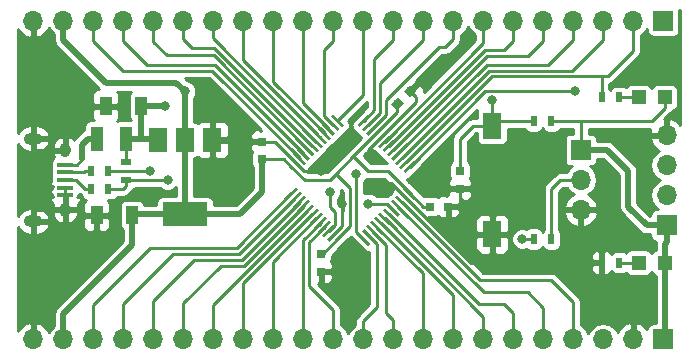
<source format=gbr>
G04 #@! TF.GenerationSoftware,KiCad,Pcbnew,(2017-05-18 revision 2a3a699)-master*
G04 #@! TF.CreationDate,2017-06-17T08:25:41+03:00*
G04 #@! TF.ProjectId,stm32f072c8tx_breakout,73746D333266303732633874785F6272,rev?*
G04 #@! TF.FileFunction,Copper,L1,Top,Signal*
G04 #@! TF.FilePolarity,Positive*
%FSLAX46Y46*%
G04 Gerber Fmt 4.6, Leading zero omitted, Abs format (unit mm)*
G04 Created by KiCad (PCBNEW (2017-05-18 revision 2a3a699)-master) date Sat Jun 17 08:25:41 2017*
%MOMM*%
%LPD*%
G01*
G04 APERTURE LIST*
%ADD10C,0.100000*%
%ADD11O,1.550000X1.000000*%
%ADD12O,0.950000X1.250000*%
%ADD13R,1.350000X0.400000*%
%ADD14R,1.700000X1.700000*%
%ADD15O,1.700000X1.700000*%
%ADD16R,1.600000X2.180000*%
%ADD17R,0.750000X0.800000*%
%ADD18C,0.750000*%
%ADD19R,0.800000X0.750000*%
%ADD20R,1.000000X1.600000*%
%ADD21R,1.140000X2.030000*%
%ADD22C,0.250000*%
%ADD23R,1.200000X1.200000*%
%ADD24R,0.500000X0.900000*%
%ADD25R,0.900000X0.500000*%
%ADD26R,1.500000X2.000000*%
%ADD27R,3.800000X2.000000*%
%ADD28C,0.800000*%
%ADD29C,0.250000*%
%ADD30C,0.500000*%
%ADD31C,0.254000*%
G04 APERTURE END LIST*
D10*
D11*
X99650000Y-118500000D03*
X99650000Y-111500000D03*
D12*
X102350000Y-117500000D03*
X102350000Y-112500000D03*
D13*
X102350000Y-116300000D03*
X102350000Y-115650000D03*
X102350000Y-115000000D03*
X102350000Y-114350000D03*
X102350000Y-113700000D03*
D14*
X152960000Y-128500000D03*
D15*
X150420000Y-128500000D03*
X147880000Y-128500000D03*
X145340000Y-128500000D03*
X142800000Y-128500000D03*
X140260000Y-128500000D03*
X137720000Y-128500000D03*
X135180000Y-128500000D03*
X132640000Y-128500000D03*
X130100000Y-128500000D03*
X127560000Y-128500000D03*
X125020000Y-128500000D03*
X122480000Y-128500000D03*
X119940000Y-128500000D03*
X117400000Y-128500000D03*
X114860000Y-128500000D03*
X112320000Y-128500000D03*
X109780000Y-128500000D03*
X107240000Y-128500000D03*
X104700000Y-128500000D03*
X102160000Y-128500000D03*
X99620000Y-128500000D03*
X99620000Y-101500000D03*
X102160000Y-101500000D03*
X104700000Y-101500000D03*
X107240000Y-101500000D03*
X109780000Y-101500000D03*
X112320000Y-101500000D03*
X114860000Y-101500000D03*
X117400000Y-101500000D03*
X119940000Y-101500000D03*
X122480000Y-101500000D03*
X125020000Y-101500000D03*
X127560000Y-101500000D03*
X130100000Y-101500000D03*
X132640000Y-101500000D03*
X135180000Y-101500000D03*
X137720000Y-101500000D03*
X140260000Y-101500000D03*
X142800000Y-101500000D03*
X145340000Y-101500000D03*
X147880000Y-101500000D03*
X150420000Y-101500000D03*
D14*
X152960000Y-101500000D03*
D16*
X138500000Y-110410000D03*
X138500000Y-119590000D03*
D17*
X135750000Y-114250000D03*
X135750000Y-115750000D03*
X124000000Y-122750000D03*
X124000000Y-121250000D03*
X119000000Y-113250000D03*
X119000000Y-111750000D03*
D18*
X131530330Y-107469670D03*
D10*
G36*
X131512652Y-108017678D02*
X130982322Y-107487348D01*
X131548008Y-106921662D01*
X132078338Y-107451992D01*
X131512652Y-108017678D01*
X131512652Y-108017678D01*
G37*
D18*
X130469670Y-108530330D03*
D10*
G36*
X130451992Y-109078338D02*
X129921662Y-108548008D01*
X130487348Y-107982322D01*
X131017678Y-108512652D01*
X130451992Y-109078338D01*
X130451992Y-109078338D01*
G37*
D19*
X134750000Y-117250000D03*
X133250000Y-117250000D03*
D20*
X108750000Y-108750000D03*
X105750000Y-108750000D03*
X105000000Y-118000000D03*
X108000000Y-118000000D03*
D21*
X105050000Y-111500000D03*
X107450000Y-111500000D03*
D22*
X131520458Y-116131371D03*
D10*
G36*
X130972450Y-115760140D02*
X131149227Y-115583363D01*
X132068466Y-116502602D01*
X131891689Y-116679379D01*
X130972450Y-115760140D01*
X130972450Y-115760140D01*
G37*
D22*
X131166905Y-116484924D03*
D10*
G36*
X130618897Y-116113693D02*
X130795674Y-115936916D01*
X131714913Y-116856155D01*
X131538136Y-117032932D01*
X130618897Y-116113693D01*
X130618897Y-116113693D01*
G37*
D22*
X130813351Y-116838478D03*
D10*
G36*
X130265343Y-116467247D02*
X130442120Y-116290470D01*
X131361359Y-117209709D01*
X131184582Y-117386486D01*
X130265343Y-116467247D01*
X130265343Y-116467247D01*
G37*
D22*
X130459798Y-117192031D03*
D10*
G36*
X129911790Y-116820800D02*
X130088567Y-116644023D01*
X131007806Y-117563262D01*
X130831029Y-117740039D01*
X129911790Y-116820800D01*
X129911790Y-116820800D01*
G37*
D22*
X130106245Y-117545584D03*
D10*
G36*
X129558237Y-117174353D02*
X129735014Y-116997576D01*
X130654253Y-117916815D01*
X130477476Y-118093592D01*
X129558237Y-117174353D01*
X129558237Y-117174353D01*
G37*
D22*
X129752691Y-117899138D03*
D10*
G36*
X129204683Y-117527907D02*
X129381460Y-117351130D01*
X130300699Y-118270369D01*
X130123922Y-118447146D01*
X129204683Y-117527907D01*
X129204683Y-117527907D01*
G37*
D22*
X129399138Y-118252691D03*
D10*
G36*
X128851130Y-117881460D02*
X129027907Y-117704683D01*
X129947146Y-118623922D01*
X129770369Y-118800699D01*
X128851130Y-117881460D01*
X128851130Y-117881460D01*
G37*
D22*
X129045584Y-118606245D03*
D10*
G36*
X128497576Y-118235014D02*
X128674353Y-118058237D01*
X129593592Y-118977476D01*
X129416815Y-119154253D01*
X128497576Y-118235014D01*
X128497576Y-118235014D01*
G37*
D22*
X128692031Y-118959798D03*
D10*
G36*
X128144023Y-118588567D02*
X128320800Y-118411790D01*
X129240039Y-119331029D01*
X129063262Y-119507806D01*
X128144023Y-118588567D01*
X128144023Y-118588567D01*
G37*
D22*
X128338478Y-119313351D03*
D10*
G36*
X127790470Y-118942120D02*
X127967247Y-118765343D01*
X128886486Y-119684582D01*
X128709709Y-119861359D01*
X127790470Y-118942120D01*
X127790470Y-118942120D01*
G37*
D22*
X127984924Y-119666905D03*
D10*
G36*
X127436916Y-119295674D02*
X127613693Y-119118897D01*
X128532932Y-120038136D01*
X128356155Y-120214913D01*
X127436916Y-119295674D01*
X127436916Y-119295674D01*
G37*
D22*
X127631371Y-120020458D03*
D10*
G36*
X127083363Y-119649227D02*
X127260140Y-119472450D01*
X128179379Y-120391689D01*
X128002602Y-120568466D01*
X127083363Y-119649227D01*
X127083363Y-119649227D01*
G37*
D22*
X125368629Y-120020458D03*
D10*
G36*
X125739860Y-119472450D02*
X125916637Y-119649227D01*
X124997398Y-120568466D01*
X124820621Y-120391689D01*
X125739860Y-119472450D01*
X125739860Y-119472450D01*
G37*
D22*
X125015076Y-119666905D03*
D10*
G36*
X125386307Y-119118897D02*
X125563084Y-119295674D01*
X124643845Y-120214913D01*
X124467068Y-120038136D01*
X125386307Y-119118897D01*
X125386307Y-119118897D01*
G37*
D22*
X124661522Y-119313351D03*
D10*
G36*
X125032753Y-118765343D02*
X125209530Y-118942120D01*
X124290291Y-119861359D01*
X124113514Y-119684582D01*
X125032753Y-118765343D01*
X125032753Y-118765343D01*
G37*
D22*
X124307969Y-118959798D03*
D10*
G36*
X124679200Y-118411790D02*
X124855977Y-118588567D01*
X123936738Y-119507806D01*
X123759961Y-119331029D01*
X124679200Y-118411790D01*
X124679200Y-118411790D01*
G37*
D22*
X123954416Y-118606245D03*
D10*
G36*
X124325647Y-118058237D02*
X124502424Y-118235014D01*
X123583185Y-119154253D01*
X123406408Y-118977476D01*
X124325647Y-118058237D01*
X124325647Y-118058237D01*
G37*
D22*
X123600862Y-118252691D03*
D10*
G36*
X123972093Y-117704683D02*
X124148870Y-117881460D01*
X123229631Y-118800699D01*
X123052854Y-118623922D01*
X123972093Y-117704683D01*
X123972093Y-117704683D01*
G37*
D22*
X123247309Y-117899138D03*
D10*
G36*
X123618540Y-117351130D02*
X123795317Y-117527907D01*
X122876078Y-118447146D01*
X122699301Y-118270369D01*
X123618540Y-117351130D01*
X123618540Y-117351130D01*
G37*
D22*
X122893755Y-117545584D03*
D10*
G36*
X123264986Y-116997576D02*
X123441763Y-117174353D01*
X122522524Y-118093592D01*
X122345747Y-117916815D01*
X123264986Y-116997576D01*
X123264986Y-116997576D01*
G37*
D22*
X122540202Y-117192031D03*
D10*
G36*
X122911433Y-116644023D02*
X123088210Y-116820800D01*
X122168971Y-117740039D01*
X121992194Y-117563262D01*
X122911433Y-116644023D01*
X122911433Y-116644023D01*
G37*
D22*
X122186649Y-116838478D03*
D10*
G36*
X122557880Y-116290470D02*
X122734657Y-116467247D01*
X121815418Y-117386486D01*
X121638641Y-117209709D01*
X122557880Y-116290470D01*
X122557880Y-116290470D01*
G37*
D22*
X121833095Y-116484924D03*
D10*
G36*
X122204326Y-115936916D02*
X122381103Y-116113693D01*
X121461864Y-117032932D01*
X121285087Y-116856155D01*
X122204326Y-115936916D01*
X122204326Y-115936916D01*
G37*
D22*
X121479542Y-116131371D03*
D10*
G36*
X121850773Y-115583363D02*
X122027550Y-115760140D01*
X121108311Y-116679379D01*
X120931534Y-116502602D01*
X121850773Y-115583363D01*
X121850773Y-115583363D01*
G37*
D22*
X121479542Y-113868629D03*
D10*
G36*
X120931534Y-113497398D02*
X121108311Y-113320621D01*
X122027550Y-114239860D01*
X121850773Y-114416637D01*
X120931534Y-113497398D01*
X120931534Y-113497398D01*
G37*
D22*
X121833095Y-113515076D03*
D10*
G36*
X121285087Y-113143845D02*
X121461864Y-112967068D01*
X122381103Y-113886307D01*
X122204326Y-114063084D01*
X121285087Y-113143845D01*
X121285087Y-113143845D01*
G37*
D22*
X122186649Y-113161522D03*
D10*
G36*
X121638641Y-112790291D02*
X121815418Y-112613514D01*
X122734657Y-113532753D01*
X122557880Y-113709530D01*
X121638641Y-112790291D01*
X121638641Y-112790291D01*
G37*
D22*
X122540202Y-112807969D03*
D10*
G36*
X121992194Y-112436738D02*
X122168971Y-112259961D01*
X123088210Y-113179200D01*
X122911433Y-113355977D01*
X121992194Y-112436738D01*
X121992194Y-112436738D01*
G37*
D22*
X122893755Y-112454416D03*
D10*
G36*
X122345747Y-112083185D02*
X122522524Y-111906408D01*
X123441763Y-112825647D01*
X123264986Y-113002424D01*
X122345747Y-112083185D01*
X122345747Y-112083185D01*
G37*
D22*
X123247309Y-112100862D03*
D10*
G36*
X122699301Y-111729631D02*
X122876078Y-111552854D01*
X123795317Y-112472093D01*
X123618540Y-112648870D01*
X122699301Y-111729631D01*
X122699301Y-111729631D01*
G37*
D22*
X123600862Y-111747309D03*
D10*
G36*
X123052854Y-111376078D02*
X123229631Y-111199301D01*
X124148870Y-112118540D01*
X123972093Y-112295317D01*
X123052854Y-111376078D01*
X123052854Y-111376078D01*
G37*
D22*
X123954416Y-111393755D03*
D10*
G36*
X123406408Y-111022524D02*
X123583185Y-110845747D01*
X124502424Y-111764986D01*
X124325647Y-111941763D01*
X123406408Y-111022524D01*
X123406408Y-111022524D01*
G37*
D22*
X124307969Y-111040202D03*
D10*
G36*
X123759961Y-110668971D02*
X123936738Y-110492194D01*
X124855977Y-111411433D01*
X124679200Y-111588210D01*
X123759961Y-110668971D01*
X123759961Y-110668971D01*
G37*
D22*
X124661522Y-110686649D03*
D10*
G36*
X124113514Y-110315418D02*
X124290291Y-110138641D01*
X125209530Y-111057880D01*
X125032753Y-111234657D01*
X124113514Y-110315418D01*
X124113514Y-110315418D01*
G37*
D22*
X125015076Y-110333095D03*
D10*
G36*
X124467068Y-109961864D02*
X124643845Y-109785087D01*
X125563084Y-110704326D01*
X125386307Y-110881103D01*
X124467068Y-109961864D01*
X124467068Y-109961864D01*
G37*
D22*
X125368629Y-109979542D03*
D10*
G36*
X124820621Y-109608311D02*
X124997398Y-109431534D01*
X125916637Y-110350773D01*
X125739860Y-110527550D01*
X124820621Y-109608311D01*
X124820621Y-109608311D01*
G37*
D22*
X127631371Y-109979542D03*
D10*
G36*
X128002602Y-109431534D02*
X128179379Y-109608311D01*
X127260140Y-110527550D01*
X127083363Y-110350773D01*
X128002602Y-109431534D01*
X128002602Y-109431534D01*
G37*
D22*
X127984924Y-110333095D03*
D10*
G36*
X128356155Y-109785087D02*
X128532932Y-109961864D01*
X127613693Y-110881103D01*
X127436916Y-110704326D01*
X128356155Y-109785087D01*
X128356155Y-109785087D01*
G37*
D22*
X128338478Y-110686649D03*
D10*
G36*
X128709709Y-110138641D02*
X128886486Y-110315418D01*
X127967247Y-111234657D01*
X127790470Y-111057880D01*
X128709709Y-110138641D01*
X128709709Y-110138641D01*
G37*
D22*
X128692031Y-111040202D03*
D10*
G36*
X129063262Y-110492194D02*
X129240039Y-110668971D01*
X128320800Y-111588210D01*
X128144023Y-111411433D01*
X129063262Y-110492194D01*
X129063262Y-110492194D01*
G37*
D22*
X129045584Y-111393755D03*
D10*
G36*
X129416815Y-110845747D02*
X129593592Y-111022524D01*
X128674353Y-111941763D01*
X128497576Y-111764986D01*
X129416815Y-110845747D01*
X129416815Y-110845747D01*
G37*
D22*
X129399138Y-111747309D03*
D10*
G36*
X129770369Y-111199301D02*
X129947146Y-111376078D01*
X129027907Y-112295317D01*
X128851130Y-112118540D01*
X129770369Y-111199301D01*
X129770369Y-111199301D01*
G37*
D22*
X129752691Y-112100862D03*
D10*
G36*
X130123922Y-111552854D02*
X130300699Y-111729631D01*
X129381460Y-112648870D01*
X129204683Y-112472093D01*
X130123922Y-111552854D01*
X130123922Y-111552854D01*
G37*
D22*
X130106245Y-112454416D03*
D10*
G36*
X130477476Y-111906408D02*
X130654253Y-112083185D01*
X129735014Y-113002424D01*
X129558237Y-112825647D01*
X130477476Y-111906408D01*
X130477476Y-111906408D01*
G37*
D22*
X130459798Y-112807969D03*
D10*
G36*
X130831029Y-112259961D02*
X131007806Y-112436738D01*
X130088567Y-113355977D01*
X129911790Y-113179200D01*
X130831029Y-112259961D01*
X130831029Y-112259961D01*
G37*
D22*
X130813351Y-113161522D03*
D10*
G36*
X131184582Y-112613514D02*
X131361359Y-112790291D01*
X130442120Y-113709530D01*
X130265343Y-113532753D01*
X131184582Y-112613514D01*
X131184582Y-112613514D01*
G37*
D22*
X131166905Y-113515076D03*
D10*
G36*
X131538136Y-112967068D02*
X131714913Y-113143845D01*
X130795674Y-114063084D01*
X130618897Y-113886307D01*
X131538136Y-112967068D01*
X131538136Y-112967068D01*
G37*
D22*
X131520458Y-113868629D03*
D10*
G36*
X131891689Y-113320621D02*
X132068466Y-113497398D01*
X131149227Y-114416637D01*
X130972450Y-114239860D01*
X131891689Y-113320621D01*
X131891689Y-113320621D01*
G37*
D23*
X153100000Y-122000000D03*
X150900000Y-122000000D03*
X150900000Y-108000000D03*
X153100000Y-108000000D03*
D15*
X146000000Y-117540000D03*
X146000000Y-115000000D03*
D14*
X146000000Y-112460000D03*
D15*
X153250000Y-111210000D03*
X153250000Y-113750000D03*
X153250000Y-116290000D03*
D14*
X153250000Y-118830000D03*
D24*
X142000000Y-110000000D03*
X143500000Y-110000000D03*
X106000000Y-115750000D03*
X104500000Y-115750000D03*
X104500000Y-114250000D03*
X106000000Y-114250000D03*
D25*
X107500000Y-113500000D03*
X107500000Y-115000000D03*
D24*
X143500000Y-120000000D03*
X142000000Y-120000000D03*
X149250000Y-122000000D03*
X147750000Y-122000000D03*
X147750000Y-108000000D03*
X149250000Y-108000000D03*
D26*
X114800000Y-111600000D03*
X110200000Y-111600000D03*
X112500000Y-111600000D03*
D27*
X112500000Y-117900000D03*
D28*
X128000000Y-113000000D03*
X125750000Y-117000000D03*
X124000000Y-114250000D03*
X128750000Y-115250000D03*
X126500000Y-121000000D03*
X114750000Y-109000000D03*
X104000000Y-108750000D03*
X112500000Y-107500000D03*
X141000000Y-120000000D03*
X128000000Y-117000000D03*
X110750000Y-108750000D03*
X111000000Y-115000000D03*
X109500000Y-114250000D03*
X138500000Y-108250000D03*
X145500000Y-107500000D03*
X127000000Y-114500000D03*
X124750002Y-116000000D03*
D29*
X135750000Y-115750000D02*
X135750000Y-117250000D01*
X135750000Y-117250000D02*
X135750000Y-118250000D01*
X134750000Y-117250000D02*
X135400000Y-117250000D01*
X135400000Y-117250000D02*
X135750000Y-117250000D01*
X135750000Y-118250000D02*
X137090000Y-119590000D01*
X137090000Y-119590000D02*
X138500000Y-119590000D01*
X131166905Y-116484924D02*
X136681981Y-122000000D01*
X136681981Y-122000000D02*
X137000000Y-122000000D01*
X137000000Y-122000000D02*
X138500000Y-122000000D01*
X138500000Y-119590000D02*
X138500000Y-122000000D01*
X138500000Y-122000000D02*
X146000000Y-122000000D01*
X129045584Y-111393755D02*
X128000000Y-112439339D01*
X128000000Y-112439339D02*
X128000000Y-113000000D01*
X125750000Y-118931981D02*
X125750000Y-117000000D01*
X125015076Y-119666905D02*
X125750000Y-118931981D01*
X121833095Y-113515076D02*
X122568019Y-114250000D01*
X122568019Y-114250000D02*
X124000000Y-114250000D01*
X146000000Y-122000000D02*
X147750000Y-122000000D01*
X146000000Y-117540000D02*
X146000000Y-122000000D01*
X131166905Y-116484924D02*
X129931981Y-115250000D01*
X129931981Y-115250000D02*
X128750000Y-115250000D01*
X126500000Y-121750000D02*
X126500000Y-121000000D01*
X125500000Y-122750000D02*
X126500000Y-121750000D01*
X124000000Y-122750000D02*
X125500000Y-122750000D01*
X99650000Y-118500000D02*
X99650000Y-128470000D01*
X99650000Y-128470000D02*
X99620000Y-128500000D01*
X114800000Y-109050000D02*
X114750000Y-109000000D01*
X114800000Y-111600000D02*
X114800000Y-109050000D01*
X119000000Y-111750000D02*
X114950000Y-111750000D01*
X114950000Y-111750000D02*
X114800000Y-111600000D01*
X120068019Y-111750000D02*
X119000000Y-111750000D01*
X99650000Y-108750000D02*
X99650000Y-101530000D01*
X99650000Y-101530000D02*
X99620000Y-101500000D01*
X104000000Y-108750000D02*
X99650000Y-108750000D01*
X99650000Y-108750000D02*
X99650000Y-111500000D01*
X129045584Y-111393755D02*
X132000000Y-108439339D01*
X132000000Y-108439339D02*
X132000000Y-107939340D01*
X132000000Y-107939340D02*
X131530330Y-107469670D01*
X105750000Y-108750000D02*
X104000000Y-108750000D01*
X121833095Y-113515076D02*
X120068019Y-111750000D01*
X102350000Y-117500000D02*
X103250000Y-117500000D01*
X103250000Y-117500000D02*
X103750000Y-118000000D01*
X103750000Y-118000000D02*
X105000000Y-118000000D01*
X99650000Y-117500000D02*
X99650000Y-112500000D01*
X102350000Y-117500000D02*
X99650000Y-117500000D01*
X99650000Y-117500000D02*
X99650000Y-118500000D01*
X99650000Y-111500000D02*
X99650000Y-112500000D01*
X99650000Y-112500000D02*
X102350000Y-112500000D01*
X102350000Y-116300000D02*
X102350000Y-117500000D01*
X102350000Y-115650000D02*
X102350000Y-116300000D01*
D30*
X112500000Y-117900000D02*
X108100000Y-117900000D01*
X108100000Y-117900000D02*
X108000000Y-118000000D01*
X117100000Y-117900000D02*
X119000000Y-116000000D01*
X112500000Y-117900000D02*
X117100000Y-117900000D01*
X119000000Y-116000000D02*
X119000000Y-113250000D01*
X102160000Y-128500000D02*
X102160000Y-126340000D01*
X102160000Y-126340000D02*
X108000000Y-120500000D01*
X108000000Y-120500000D02*
X108000000Y-118000000D01*
D29*
X128692031Y-111040202D02*
X126732233Y-113000000D01*
X126732233Y-113000000D02*
X125250000Y-114482233D01*
X127982233Y-114250000D02*
X126732233Y-113000000D01*
X129639087Y-114250000D02*
X127982233Y-114250000D01*
X131520458Y-116131371D02*
X129639087Y-114250000D01*
D30*
X102160000Y-101500000D02*
X102160000Y-103160000D01*
X102160000Y-103160000D02*
X105750000Y-106750000D01*
X105750000Y-106750000D02*
X111750000Y-106750000D01*
X111750000Y-106750000D02*
X112500000Y-107500000D01*
X150000000Y-117250000D02*
X151580000Y-118830000D01*
X151580000Y-118830000D02*
X153250000Y-118830000D01*
X150000000Y-114250000D02*
X150000000Y-117250000D01*
X148210000Y-112460000D02*
X150000000Y-114250000D01*
X146000000Y-112460000D02*
X148210000Y-112460000D01*
X112500000Y-111600000D02*
X112500000Y-107500000D01*
D29*
X152000000Y-110000000D02*
X146000000Y-110000000D01*
X146000000Y-110000000D02*
X143500000Y-110000000D01*
X146000000Y-112460000D02*
X146000000Y-110000000D01*
X153100000Y-108000000D02*
X153100000Y-108900000D01*
X153100000Y-108900000D02*
X152000000Y-110000000D01*
X121479542Y-113868629D02*
X122610913Y-115000000D01*
X122610913Y-115000000D02*
X124732233Y-115000000D01*
X124732233Y-115000000D02*
X125250000Y-114482233D01*
X126475001Y-118914086D02*
X126475001Y-115707234D01*
X125368629Y-120020458D02*
X126475001Y-118914086D01*
X126475001Y-115707234D02*
X125250000Y-114482233D01*
X125368629Y-120020458D02*
X124139087Y-121250000D01*
X124139087Y-121250000D02*
X124000000Y-121250000D01*
X132639087Y-117250000D02*
X133250000Y-117250000D01*
X131520458Y-116131371D02*
X132639087Y-117250000D01*
D30*
X153100000Y-122000000D02*
X153100000Y-128360000D01*
X153100000Y-128360000D02*
X152960000Y-128500000D01*
X153250000Y-120250000D02*
X153100000Y-120400000D01*
X153100000Y-120400000D02*
X153100000Y-122000000D01*
D29*
X121479542Y-113868629D02*
X120860913Y-113250000D01*
X120860913Y-113250000D02*
X119000000Y-113250000D01*
X128692031Y-111040202D02*
X130469670Y-109262563D01*
X130469670Y-109262563D02*
X130469670Y-108530330D01*
D30*
X112500000Y-111600000D02*
X112500000Y-114500000D01*
X112500000Y-114500000D02*
X112500000Y-117900000D01*
X153250000Y-120250000D02*
X153250000Y-118830000D01*
D29*
X148299999Y-106200001D02*
X147750000Y-106200001D01*
X147750000Y-106200001D02*
X138481980Y-106200001D01*
X147750000Y-108000000D02*
X147750000Y-106200001D01*
X150420000Y-101500000D02*
X150420000Y-104080000D01*
X150420000Y-104080000D02*
X148299999Y-106200001D01*
X138481980Y-106200001D02*
X131166905Y-113515076D01*
X147750000Y-108000000D02*
X147750000Y-107800000D01*
X149250000Y-108000000D02*
X150900000Y-108000000D01*
X149250000Y-122000000D02*
X150900000Y-122000000D01*
X144250000Y-115000000D02*
X143500000Y-115750000D01*
X143500000Y-115750000D02*
X143500000Y-120000000D01*
X146000000Y-115000000D02*
X144250000Y-115000000D01*
X142000000Y-120000000D02*
X141000000Y-120000000D01*
X130106245Y-117545584D02*
X129560661Y-117000000D01*
X129560661Y-117000000D02*
X128000000Y-117000000D01*
D30*
X108750000Y-108750000D02*
X110750000Y-108750000D01*
D29*
X107500000Y-113500000D02*
X107500000Y-111550000D01*
X107500000Y-111550000D02*
X107450000Y-111500000D01*
D30*
X107450000Y-111500000D02*
X108750000Y-111500000D01*
X108750000Y-111500000D02*
X110100000Y-111500000D01*
X108750000Y-108750000D02*
X108750000Y-111500000D01*
X110100000Y-111500000D02*
X110200000Y-111600000D01*
X110500000Y-111550000D02*
X110450000Y-111600000D01*
X110350000Y-111500000D02*
X110450000Y-111600000D01*
D29*
X107250000Y-115750000D02*
X107500000Y-115500000D01*
X107500000Y-115500000D02*
X107500000Y-115000000D01*
X106000000Y-115750000D02*
X107250000Y-115750000D01*
X111000000Y-115000000D02*
X107500000Y-115000000D01*
X124307969Y-118959798D02*
X123000000Y-120267767D01*
X123000000Y-120267767D02*
X123000000Y-124000000D01*
X123000000Y-124000000D02*
X125020000Y-126020000D01*
X125020000Y-126020000D02*
X125020000Y-128500000D01*
X104000000Y-114250000D02*
X104500000Y-114250000D01*
X104000000Y-114250000D02*
X103900000Y-114350000D01*
X103900000Y-114350000D02*
X102350000Y-114350000D01*
X123954416Y-118606245D02*
X122480000Y-120080661D01*
X122480000Y-120080661D02*
X122480000Y-128500000D01*
X106000000Y-114250000D02*
X109500000Y-114250000D01*
X104025000Y-115750000D02*
X104500000Y-115750000D01*
X102350000Y-115000000D02*
X103275000Y-115000000D01*
X103275000Y-115000000D02*
X104025000Y-115750000D01*
X135750000Y-114250000D02*
X135750000Y-111500000D01*
X135750000Y-111500000D02*
X136840000Y-110410000D01*
X138500000Y-110410000D02*
X136840000Y-110410000D01*
X142000000Y-110000000D02*
X138910000Y-110000000D01*
X138910000Y-110000000D02*
X138500000Y-110410000D01*
X138500000Y-108250000D02*
X138500000Y-110410000D01*
X129399138Y-111747309D02*
X137720000Y-103426447D01*
X137720000Y-103426447D02*
X137720000Y-101500000D01*
X104700000Y-101500000D02*
X104700000Y-103200000D01*
X104700000Y-103200000D02*
X107250000Y-105750000D01*
X107250000Y-105750000D02*
X114775127Y-105750000D01*
X114775127Y-105750000D02*
X122186649Y-113161522D01*
X107240000Y-101500000D02*
X107240000Y-103240000D01*
X107240000Y-103240000D02*
X109272895Y-105272895D01*
X109272895Y-105272895D02*
X115005128Y-105272895D01*
X115005128Y-105272895D02*
X122540202Y-112807969D01*
X109780000Y-101500000D02*
X109780000Y-103280000D01*
X109780000Y-103280000D02*
X110960661Y-104460661D01*
X110960661Y-104460661D02*
X114900000Y-104460661D01*
X114900000Y-104460661D02*
X122893755Y-112454416D01*
X112320000Y-101500000D02*
X112320000Y-103070000D01*
X112320000Y-103070000D02*
X113043553Y-103793553D01*
X113043553Y-103793553D02*
X114940000Y-103793553D01*
X114940000Y-103793553D02*
X123247309Y-112100862D01*
X123600862Y-111747309D02*
X114860000Y-103006447D01*
X114860000Y-103006447D02*
X114860000Y-101500000D01*
X123750000Y-111189339D02*
X117400000Y-104839339D01*
X117400000Y-104839339D02*
X117400000Y-101500000D01*
X124307969Y-111040202D02*
X119940000Y-106672233D01*
X119940000Y-106672233D02*
X119940000Y-101500000D01*
X122480000Y-101500000D02*
X122480000Y-108505127D01*
X124661522Y-110686649D02*
X122480000Y-108505127D01*
X125020000Y-101500000D02*
X125020000Y-103230000D01*
X125020000Y-103230000D02*
X124250000Y-104000000D01*
X124250000Y-104000000D02*
X124250000Y-109568019D01*
X124250000Y-109568019D02*
X125015076Y-110333095D01*
X125368629Y-109979542D02*
X127560000Y-107788171D01*
X127560000Y-107788171D02*
X127560000Y-101500000D01*
X127631371Y-109979542D02*
X128500000Y-109110913D01*
X128500000Y-109110913D02*
X128500000Y-104750000D01*
X128500000Y-104750000D02*
X130100000Y-103150000D01*
X130100000Y-103150000D02*
X130100000Y-101500000D01*
X127984924Y-110333095D02*
X129000000Y-109318019D01*
X129000000Y-109318019D02*
X129000000Y-106750000D01*
X129000000Y-106750000D02*
X132640000Y-103110000D01*
X132640000Y-103110000D02*
X132640000Y-101500000D01*
X129500000Y-108250000D02*
X129500000Y-109525127D01*
X134000000Y-103750000D02*
X129500000Y-108250000D01*
X129500000Y-109525127D02*
X128338478Y-110686649D01*
X134500000Y-103750000D02*
X134000000Y-103750000D01*
X135180000Y-103070000D02*
X134500000Y-103750000D01*
X135180000Y-101500000D02*
X135180000Y-103070000D01*
X145340000Y-101500000D02*
X145340000Y-103160000D01*
X145340000Y-103160000D02*
X143250000Y-105250000D01*
X143250000Y-105250000D02*
X138017767Y-105250000D01*
X138017767Y-105250000D02*
X130459798Y-112807969D01*
X147880000Y-103120000D02*
X145250000Y-105750000D01*
X147880000Y-101500000D02*
X147880000Y-103120000D01*
X145250000Y-105750000D02*
X138224873Y-105750000D01*
X138224873Y-105750000D02*
X130813351Y-113161522D01*
X131520458Y-113868629D02*
X137889087Y-107500000D01*
X137889087Y-107500000D02*
X143500000Y-107500000D01*
X143500000Y-107500000D02*
X145500000Y-107500000D01*
X130813351Y-116838478D02*
X137474873Y-123500000D01*
X137474873Y-123500000D02*
X143500000Y-123500000D01*
X145340000Y-125340000D02*
X145340000Y-128500000D01*
X143500000Y-123500000D02*
X145340000Y-125340000D01*
X141500000Y-124500000D02*
X142800000Y-125800000D01*
X142800000Y-125800000D02*
X142800000Y-128500000D01*
X130459798Y-117192031D02*
X137767767Y-124500000D01*
X137767767Y-124500000D02*
X141500000Y-124500000D01*
X139500000Y-125500000D02*
X140260000Y-126260000D01*
X140260000Y-126260000D02*
X140260000Y-128500000D01*
X137353553Y-125500000D02*
X139500000Y-125500000D01*
X129752691Y-117899138D02*
X137353553Y-125500000D01*
X129399138Y-118252691D02*
X137720000Y-126573553D01*
X137720000Y-126573553D02*
X137720000Y-128500000D01*
X129045584Y-118606245D02*
X135180000Y-124740661D01*
X135180000Y-124740661D02*
X135180000Y-128500000D01*
X128692031Y-118959798D02*
X132640000Y-122907767D01*
X132640000Y-122907767D02*
X132640000Y-128500000D01*
X128338478Y-119313351D02*
X129500000Y-120474873D01*
X129500000Y-120474873D02*
X129500000Y-126250000D01*
X129500000Y-126250000D02*
X130100000Y-126850000D01*
X130100000Y-126850000D02*
X130100000Y-128500000D01*
X127984924Y-119666905D02*
X128750000Y-120431981D01*
X128750000Y-120431981D02*
X128750000Y-125750000D01*
X128750000Y-125750000D02*
X127560000Y-126940000D01*
X127560000Y-126940000D02*
X127560000Y-128500000D01*
X123600862Y-118252691D02*
X119940000Y-121913553D01*
X119940000Y-121913553D02*
X119940000Y-128500000D01*
X117400000Y-123746447D02*
X123247309Y-117899138D01*
X117400000Y-128500000D02*
X117400000Y-123746447D01*
X114860000Y-125579339D02*
X122893755Y-117545584D01*
X114860000Y-128500000D02*
X114860000Y-125579339D01*
X122540202Y-117192031D02*
X117482233Y-122250000D01*
X117482233Y-122250000D02*
X115500000Y-122250000D01*
X115500000Y-122250000D02*
X112320000Y-125430000D01*
X112320000Y-125430000D02*
X112320000Y-128500000D01*
X122186649Y-116838478D02*
X117275127Y-121750000D01*
X117275127Y-121750000D02*
X113250000Y-121750000D01*
X113250000Y-121750000D02*
X109780000Y-125220000D01*
X109780000Y-125220000D02*
X109780000Y-128500000D01*
X121833095Y-116484924D02*
X117068019Y-121250000D01*
X117068019Y-121250000D02*
X111500000Y-121250000D01*
X111500000Y-121250000D02*
X107240000Y-125510000D01*
X107240000Y-125510000D02*
X107240000Y-128500000D01*
X121479542Y-116131371D02*
X116860913Y-120750000D01*
X116860913Y-120750000D02*
X109500000Y-120750000D01*
X109500000Y-120750000D02*
X104700000Y-125550000D01*
X104700000Y-125550000D02*
X104700000Y-128500000D01*
X127000000Y-119389087D02*
X127000000Y-114500000D01*
X127631371Y-120020458D02*
X127000000Y-119389087D01*
X124750002Y-117250002D02*
X124750002Y-116000000D01*
X125191851Y-117691851D02*
X124750002Y-117250002D01*
X125191851Y-118783022D02*
X125191851Y-117691851D01*
X124661522Y-119313351D02*
X125191851Y-118783022D01*
X129752691Y-112100862D02*
X137853553Y-104000000D01*
X140260000Y-103240000D02*
X139500000Y-104000000D01*
X139500000Y-104000000D02*
X137853553Y-104000000D01*
X140260000Y-101500000D02*
X140260000Y-103240000D01*
X142800000Y-101500000D02*
X142800000Y-103200000D01*
X142800000Y-103200000D02*
X141500000Y-104500000D01*
X141500000Y-104500000D02*
X138060661Y-104500000D01*
X138060661Y-104500000D02*
X130106245Y-112454416D01*
X102350000Y-113700000D02*
X103300000Y-113700000D01*
X103300000Y-113700000D02*
X103750000Y-113250000D01*
D30*
X104480000Y-111500000D02*
X104250000Y-111500000D01*
X104250000Y-111500000D02*
X103750000Y-112000000D01*
X103750000Y-112000000D02*
X103750000Y-113250000D01*
D31*
G36*
X137203577Y-109114375D02*
X137162676Y-109320000D01*
X137162676Y-109758000D01*
X136840005Y-109758000D01*
X136840000Y-109757999D01*
X136590491Y-109807630D01*
X136520302Y-109854529D01*
X136378966Y-109948966D01*
X136378964Y-109948969D01*
X135288966Y-111038966D01*
X135147631Y-111250490D01*
X135141334Y-111282146D01*
X135097999Y-111500000D01*
X135098000Y-111500005D01*
X135098000Y-113401269D01*
X134995055Y-113470055D01*
X134878577Y-113644375D01*
X134837676Y-113850000D01*
X134837676Y-114650000D01*
X134878577Y-114855625D01*
X134915737Y-114911238D01*
X134836673Y-114990302D01*
X134740000Y-115223691D01*
X134740000Y-115464250D01*
X134898750Y-115623000D01*
X135623000Y-115623000D01*
X135623000Y-115603000D01*
X135877000Y-115603000D01*
X135877000Y-115623000D01*
X136601250Y-115623000D01*
X136760000Y-115464250D01*
X136760000Y-115223691D01*
X136663327Y-114990302D01*
X136584263Y-114911238D01*
X136621423Y-114855625D01*
X136662324Y-114650000D01*
X136662324Y-113850000D01*
X136621423Y-113644375D01*
X136504945Y-113470055D01*
X136402000Y-113401269D01*
X136402000Y-111770068D01*
X137110067Y-111062000D01*
X137162676Y-111062000D01*
X137162676Y-111500000D01*
X137203577Y-111705625D01*
X137320055Y-111879945D01*
X137494375Y-111996423D01*
X137700000Y-112037324D01*
X139300000Y-112037324D01*
X139505625Y-111996423D01*
X139679945Y-111879945D01*
X139796423Y-111705625D01*
X139837324Y-111500000D01*
X139837324Y-110652000D01*
X141252856Y-110652000D01*
X141253577Y-110655625D01*
X141370055Y-110829945D01*
X141544375Y-110946423D01*
X141750000Y-110987324D01*
X142250000Y-110987324D01*
X142455625Y-110946423D01*
X142629945Y-110829945D01*
X142746423Y-110655625D01*
X142750000Y-110637642D01*
X142753577Y-110655625D01*
X142870055Y-110829945D01*
X143044375Y-110946423D01*
X143250000Y-110987324D01*
X143750000Y-110987324D01*
X143955625Y-110946423D01*
X144129945Y-110829945D01*
X144246423Y-110655625D01*
X144247144Y-110652000D01*
X145348000Y-110652000D01*
X145348000Y-111072676D01*
X145150000Y-111072676D01*
X144944375Y-111113577D01*
X144770055Y-111230055D01*
X144653577Y-111404375D01*
X144612676Y-111610000D01*
X144612676Y-113310000D01*
X144653577Y-113515625D01*
X144770055Y-113689945D01*
X144944375Y-113806423D01*
X145150000Y-113847324D01*
X145267215Y-113847324D01*
X144999337Y-114026314D01*
X144784393Y-114348000D01*
X144250000Y-114348000D01*
X144000490Y-114397631D01*
X143788966Y-114538966D01*
X143788964Y-114538969D01*
X143038966Y-115288966D01*
X142897631Y-115500490D01*
X142897631Y-115500491D01*
X142847999Y-115750000D01*
X142848000Y-115750005D01*
X142848000Y-119203062D01*
X142753577Y-119344375D01*
X142750000Y-119362358D01*
X142746423Y-119344375D01*
X142629945Y-119170055D01*
X142455625Y-119053577D01*
X142250000Y-119012676D01*
X141750000Y-119012676D01*
X141544375Y-119053577D01*
X141388640Y-119157637D01*
X141185201Y-119073161D01*
X140816417Y-119072839D01*
X140475583Y-119213669D01*
X140214586Y-119474211D01*
X140073161Y-119814799D01*
X140072839Y-120183583D01*
X140213669Y-120524417D01*
X140474211Y-120785414D01*
X140814799Y-120926839D01*
X141183583Y-120927161D01*
X141388705Y-120842406D01*
X141544375Y-120946423D01*
X141750000Y-120987324D01*
X142250000Y-120987324D01*
X142455625Y-120946423D01*
X142629945Y-120829945D01*
X142746423Y-120655625D01*
X142750000Y-120637642D01*
X142753577Y-120655625D01*
X142870055Y-120829945D01*
X143044375Y-120946423D01*
X143250000Y-120987324D01*
X143750000Y-120987324D01*
X143955625Y-120946423D01*
X144129945Y-120829945D01*
X144246423Y-120655625D01*
X144287324Y-120450000D01*
X144287324Y-119550000D01*
X144246423Y-119344375D01*
X144152000Y-119203062D01*
X144152000Y-117896890D01*
X144558524Y-117896890D01*
X144728355Y-118306924D01*
X145118642Y-118735183D01*
X145643108Y-118981486D01*
X145873000Y-118860819D01*
X145873000Y-117667000D01*
X146127000Y-117667000D01*
X146127000Y-118860819D01*
X146356892Y-118981486D01*
X146881358Y-118735183D01*
X147271645Y-118306924D01*
X147441476Y-117896890D01*
X147320155Y-117667000D01*
X146127000Y-117667000D01*
X145873000Y-117667000D01*
X144679845Y-117667000D01*
X144558524Y-117896890D01*
X144152000Y-117896890D01*
X144152000Y-116020068D01*
X144520067Y-115652000D01*
X144784393Y-115652000D01*
X144999337Y-115973686D01*
X145374762Y-116224537D01*
X145118642Y-116344817D01*
X144728355Y-116773076D01*
X144558524Y-117183110D01*
X144679845Y-117413000D01*
X145873000Y-117413000D01*
X145873000Y-117393000D01*
X146127000Y-117393000D01*
X146127000Y-117413000D01*
X147320155Y-117413000D01*
X147441476Y-117183110D01*
X147271645Y-116773076D01*
X146881358Y-116344817D01*
X146625238Y-116224537D01*
X147000663Y-115973686D01*
X147299159Y-115526955D01*
X147403977Y-115000000D01*
X147299159Y-114473045D01*
X147000663Y-114026314D01*
X146732785Y-113847324D01*
X146850000Y-113847324D01*
X147055625Y-113806423D01*
X147229945Y-113689945D01*
X147346423Y-113515625D01*
X147387324Y-113310000D01*
X147387324Y-113237000D01*
X147888156Y-113237000D01*
X149223000Y-114571844D01*
X149223000Y-117250000D01*
X149282146Y-117547345D01*
X149450578Y-117799422D01*
X151030578Y-119379422D01*
X151282655Y-119547854D01*
X151580000Y-119607000D01*
X151862676Y-119607000D01*
X151862676Y-119680000D01*
X151903577Y-119885625D01*
X152020055Y-120059945D01*
X152194375Y-120176423D01*
X152360884Y-120209543D01*
X152323000Y-120400000D01*
X152323000Y-120897883D01*
X152294375Y-120903577D01*
X152120055Y-121020055D01*
X152003577Y-121194375D01*
X152000000Y-121212358D01*
X151996423Y-121194375D01*
X151879945Y-121020055D01*
X151705625Y-120903577D01*
X151500000Y-120862676D01*
X150300000Y-120862676D01*
X150094375Y-120903577D01*
X149920055Y-121020055D01*
X149838383Y-121142284D01*
X149705625Y-121053577D01*
X149500000Y-121012676D01*
X149000000Y-121012676D01*
X148794375Y-121053577D01*
X148620055Y-121170055D01*
X148564426Y-121253309D01*
X148538327Y-121190301D01*
X148359698Y-121011673D01*
X148126309Y-120915000D01*
X148033750Y-120915000D01*
X147875000Y-121073750D01*
X147875000Y-121873000D01*
X147897000Y-121873000D01*
X147897000Y-122127000D01*
X147875000Y-122127000D01*
X147875000Y-122926250D01*
X148033750Y-123085000D01*
X148126309Y-123085000D01*
X148359698Y-122988327D01*
X148538327Y-122809699D01*
X148564426Y-122746691D01*
X148620055Y-122829945D01*
X148794375Y-122946423D01*
X149000000Y-122987324D01*
X149500000Y-122987324D01*
X149705625Y-122946423D01*
X149838383Y-122857716D01*
X149920055Y-122979945D01*
X150094375Y-123096423D01*
X150300000Y-123137324D01*
X151500000Y-123137324D01*
X151705625Y-123096423D01*
X151879945Y-122979945D01*
X151996423Y-122805625D01*
X152000000Y-122787642D01*
X152003577Y-122805625D01*
X152120055Y-122979945D01*
X152294375Y-123096423D01*
X152323000Y-123102117D01*
X152323000Y-127112676D01*
X152110000Y-127112676D01*
X151904375Y-127153577D01*
X151730055Y-127270055D01*
X151613577Y-127444375D01*
X151584479Y-127590661D01*
X151186924Y-127228355D01*
X150776890Y-127058524D01*
X150547000Y-127179845D01*
X150547000Y-128373000D01*
X150567000Y-128373000D01*
X150567000Y-128627000D01*
X150547000Y-128627000D01*
X150547000Y-128647000D01*
X150293000Y-128647000D01*
X150293000Y-128627000D01*
X150273000Y-128627000D01*
X150273000Y-128373000D01*
X150293000Y-128373000D01*
X150293000Y-127179845D01*
X150063110Y-127058524D01*
X149653076Y-127228355D01*
X149224817Y-127618642D01*
X149104537Y-127874762D01*
X148853686Y-127499337D01*
X148406955Y-127200841D01*
X147880000Y-127096023D01*
X147353045Y-127200841D01*
X146906314Y-127499337D01*
X146610000Y-127942802D01*
X146313686Y-127499337D01*
X145992000Y-127284393D01*
X145992000Y-125340005D01*
X145992001Y-125340000D01*
X145942369Y-125090491D01*
X145942369Y-125090490D01*
X145801034Y-124878966D01*
X143961034Y-123038966D01*
X143885247Y-122988327D01*
X143749510Y-122897631D01*
X143708113Y-122889396D01*
X143500000Y-122847999D01*
X143499995Y-122848000D01*
X137744940Y-122848000D01*
X137182691Y-122285750D01*
X146865000Y-122285750D01*
X146865000Y-122576310D01*
X146961673Y-122809699D01*
X147140302Y-122988327D01*
X147373691Y-123085000D01*
X147466250Y-123085000D01*
X147625000Y-122926250D01*
X147625000Y-122127000D01*
X147023750Y-122127000D01*
X146865000Y-122285750D01*
X137182691Y-122285750D01*
X136320631Y-121423690D01*
X146865000Y-121423690D01*
X146865000Y-121714250D01*
X147023750Y-121873000D01*
X147625000Y-121873000D01*
X147625000Y-121073750D01*
X147466250Y-120915000D01*
X147373691Y-120915000D01*
X147140302Y-121011673D01*
X146961673Y-121190301D01*
X146865000Y-121423690D01*
X136320631Y-121423690D01*
X134772691Y-119875750D01*
X137065000Y-119875750D01*
X137065000Y-120806309D01*
X137161673Y-121039698D01*
X137340301Y-121218327D01*
X137573690Y-121315000D01*
X138214250Y-121315000D01*
X138373000Y-121156250D01*
X138373000Y-119717000D01*
X138627000Y-119717000D01*
X138627000Y-121156250D01*
X138785750Y-121315000D01*
X139426310Y-121315000D01*
X139659699Y-121218327D01*
X139838327Y-121039698D01*
X139935000Y-120806309D01*
X139935000Y-119875750D01*
X139776250Y-119717000D01*
X138627000Y-119717000D01*
X138373000Y-119717000D01*
X137223750Y-119717000D01*
X137065000Y-119875750D01*
X134772691Y-119875750D01*
X133270632Y-118373691D01*
X137065000Y-118373691D01*
X137065000Y-119304250D01*
X137223750Y-119463000D01*
X138373000Y-119463000D01*
X138373000Y-118023750D01*
X138627000Y-118023750D01*
X138627000Y-119463000D01*
X139776250Y-119463000D01*
X139935000Y-119304250D01*
X139935000Y-118373691D01*
X139838327Y-118140302D01*
X139659699Y-117961673D01*
X139426310Y-117865000D01*
X138785750Y-117865000D01*
X138627000Y-118023750D01*
X138373000Y-118023750D01*
X138214250Y-117865000D01*
X137573690Y-117865000D01*
X137340301Y-117961673D01*
X137161673Y-118140302D01*
X137065000Y-118373691D01*
X133270632Y-118373691D01*
X133059265Y-118162324D01*
X133650000Y-118162324D01*
X133855625Y-118121423D01*
X133911238Y-118084263D01*
X133990302Y-118163327D01*
X134223691Y-118260000D01*
X134464250Y-118260000D01*
X134623000Y-118101250D01*
X134623000Y-117377000D01*
X134877000Y-117377000D01*
X134877000Y-118101250D01*
X135035750Y-118260000D01*
X135276309Y-118260000D01*
X135509698Y-118163327D01*
X135688327Y-117984699D01*
X135785000Y-117751310D01*
X135785000Y-117535750D01*
X135626250Y-117377000D01*
X134877000Y-117377000D01*
X134623000Y-117377000D01*
X134603000Y-117377000D01*
X134603000Y-117123000D01*
X134623000Y-117123000D01*
X134623000Y-117103000D01*
X134877000Y-117103000D01*
X134877000Y-117123000D01*
X135626250Y-117123000D01*
X135785000Y-116964250D01*
X135785000Y-116785000D01*
X135877002Y-116785000D01*
X135877002Y-116626252D01*
X136035750Y-116785000D01*
X136251310Y-116785000D01*
X136484699Y-116688327D01*
X136663327Y-116509698D01*
X136760000Y-116276309D01*
X136760000Y-116035750D01*
X136601250Y-115877000D01*
X135877000Y-115877000D01*
X135877000Y-115897000D01*
X135623000Y-115897000D01*
X135623000Y-115877000D01*
X134898750Y-115877000D01*
X134740000Y-116035750D01*
X134740000Y-116240000D01*
X134622998Y-116240000D01*
X134622998Y-116398748D01*
X134464250Y-116240000D01*
X134223691Y-116240000D01*
X133990302Y-116336673D01*
X133911238Y-116415737D01*
X133855625Y-116378577D01*
X133650000Y-116337676D01*
X132850000Y-116337676D01*
X132682206Y-116371052D01*
X132477810Y-116166656D01*
X132448411Y-116122657D01*
X131529172Y-115203418D01*
X131485172Y-115174018D01*
X131245888Y-114934734D01*
X131354852Y-114913060D01*
X131529172Y-114796582D01*
X132448411Y-113877343D01*
X132477810Y-113833345D01*
X137217266Y-109093888D01*
X137203577Y-109114375D01*
X137203577Y-109114375D01*
G37*
X137203577Y-109114375D02*
X137162676Y-109320000D01*
X137162676Y-109758000D01*
X136840005Y-109758000D01*
X136840000Y-109757999D01*
X136590491Y-109807630D01*
X136520302Y-109854529D01*
X136378966Y-109948966D01*
X136378964Y-109948969D01*
X135288966Y-111038966D01*
X135147631Y-111250490D01*
X135141334Y-111282146D01*
X135097999Y-111500000D01*
X135098000Y-111500005D01*
X135098000Y-113401269D01*
X134995055Y-113470055D01*
X134878577Y-113644375D01*
X134837676Y-113850000D01*
X134837676Y-114650000D01*
X134878577Y-114855625D01*
X134915737Y-114911238D01*
X134836673Y-114990302D01*
X134740000Y-115223691D01*
X134740000Y-115464250D01*
X134898750Y-115623000D01*
X135623000Y-115623000D01*
X135623000Y-115603000D01*
X135877000Y-115603000D01*
X135877000Y-115623000D01*
X136601250Y-115623000D01*
X136760000Y-115464250D01*
X136760000Y-115223691D01*
X136663327Y-114990302D01*
X136584263Y-114911238D01*
X136621423Y-114855625D01*
X136662324Y-114650000D01*
X136662324Y-113850000D01*
X136621423Y-113644375D01*
X136504945Y-113470055D01*
X136402000Y-113401269D01*
X136402000Y-111770068D01*
X137110067Y-111062000D01*
X137162676Y-111062000D01*
X137162676Y-111500000D01*
X137203577Y-111705625D01*
X137320055Y-111879945D01*
X137494375Y-111996423D01*
X137700000Y-112037324D01*
X139300000Y-112037324D01*
X139505625Y-111996423D01*
X139679945Y-111879945D01*
X139796423Y-111705625D01*
X139837324Y-111500000D01*
X139837324Y-110652000D01*
X141252856Y-110652000D01*
X141253577Y-110655625D01*
X141370055Y-110829945D01*
X141544375Y-110946423D01*
X141750000Y-110987324D01*
X142250000Y-110987324D01*
X142455625Y-110946423D01*
X142629945Y-110829945D01*
X142746423Y-110655625D01*
X142750000Y-110637642D01*
X142753577Y-110655625D01*
X142870055Y-110829945D01*
X143044375Y-110946423D01*
X143250000Y-110987324D01*
X143750000Y-110987324D01*
X143955625Y-110946423D01*
X144129945Y-110829945D01*
X144246423Y-110655625D01*
X144247144Y-110652000D01*
X145348000Y-110652000D01*
X145348000Y-111072676D01*
X145150000Y-111072676D01*
X144944375Y-111113577D01*
X144770055Y-111230055D01*
X144653577Y-111404375D01*
X144612676Y-111610000D01*
X144612676Y-113310000D01*
X144653577Y-113515625D01*
X144770055Y-113689945D01*
X144944375Y-113806423D01*
X145150000Y-113847324D01*
X145267215Y-113847324D01*
X144999337Y-114026314D01*
X144784393Y-114348000D01*
X144250000Y-114348000D01*
X144000490Y-114397631D01*
X143788966Y-114538966D01*
X143788964Y-114538969D01*
X143038966Y-115288966D01*
X142897631Y-115500490D01*
X142897631Y-115500491D01*
X142847999Y-115750000D01*
X142848000Y-115750005D01*
X142848000Y-119203062D01*
X142753577Y-119344375D01*
X142750000Y-119362358D01*
X142746423Y-119344375D01*
X142629945Y-119170055D01*
X142455625Y-119053577D01*
X142250000Y-119012676D01*
X141750000Y-119012676D01*
X141544375Y-119053577D01*
X141388640Y-119157637D01*
X141185201Y-119073161D01*
X140816417Y-119072839D01*
X140475583Y-119213669D01*
X140214586Y-119474211D01*
X140073161Y-119814799D01*
X140072839Y-120183583D01*
X140213669Y-120524417D01*
X140474211Y-120785414D01*
X140814799Y-120926839D01*
X141183583Y-120927161D01*
X141388705Y-120842406D01*
X141544375Y-120946423D01*
X141750000Y-120987324D01*
X142250000Y-120987324D01*
X142455625Y-120946423D01*
X142629945Y-120829945D01*
X142746423Y-120655625D01*
X142750000Y-120637642D01*
X142753577Y-120655625D01*
X142870055Y-120829945D01*
X143044375Y-120946423D01*
X143250000Y-120987324D01*
X143750000Y-120987324D01*
X143955625Y-120946423D01*
X144129945Y-120829945D01*
X144246423Y-120655625D01*
X144287324Y-120450000D01*
X144287324Y-119550000D01*
X144246423Y-119344375D01*
X144152000Y-119203062D01*
X144152000Y-117896890D01*
X144558524Y-117896890D01*
X144728355Y-118306924D01*
X145118642Y-118735183D01*
X145643108Y-118981486D01*
X145873000Y-118860819D01*
X145873000Y-117667000D01*
X146127000Y-117667000D01*
X146127000Y-118860819D01*
X146356892Y-118981486D01*
X146881358Y-118735183D01*
X147271645Y-118306924D01*
X147441476Y-117896890D01*
X147320155Y-117667000D01*
X146127000Y-117667000D01*
X145873000Y-117667000D01*
X144679845Y-117667000D01*
X144558524Y-117896890D01*
X144152000Y-117896890D01*
X144152000Y-116020068D01*
X144520067Y-115652000D01*
X144784393Y-115652000D01*
X144999337Y-115973686D01*
X145374762Y-116224537D01*
X145118642Y-116344817D01*
X144728355Y-116773076D01*
X144558524Y-117183110D01*
X144679845Y-117413000D01*
X145873000Y-117413000D01*
X145873000Y-117393000D01*
X146127000Y-117393000D01*
X146127000Y-117413000D01*
X147320155Y-117413000D01*
X147441476Y-117183110D01*
X147271645Y-116773076D01*
X146881358Y-116344817D01*
X146625238Y-116224537D01*
X147000663Y-115973686D01*
X147299159Y-115526955D01*
X147403977Y-115000000D01*
X147299159Y-114473045D01*
X147000663Y-114026314D01*
X146732785Y-113847324D01*
X146850000Y-113847324D01*
X147055625Y-113806423D01*
X147229945Y-113689945D01*
X147346423Y-113515625D01*
X147387324Y-113310000D01*
X147387324Y-113237000D01*
X147888156Y-113237000D01*
X149223000Y-114571844D01*
X149223000Y-117250000D01*
X149282146Y-117547345D01*
X149450578Y-117799422D01*
X151030578Y-119379422D01*
X151282655Y-119547854D01*
X151580000Y-119607000D01*
X151862676Y-119607000D01*
X151862676Y-119680000D01*
X151903577Y-119885625D01*
X152020055Y-120059945D01*
X152194375Y-120176423D01*
X152360884Y-120209543D01*
X152323000Y-120400000D01*
X152323000Y-120897883D01*
X152294375Y-120903577D01*
X152120055Y-121020055D01*
X152003577Y-121194375D01*
X152000000Y-121212358D01*
X151996423Y-121194375D01*
X151879945Y-121020055D01*
X151705625Y-120903577D01*
X151500000Y-120862676D01*
X150300000Y-120862676D01*
X150094375Y-120903577D01*
X149920055Y-121020055D01*
X149838383Y-121142284D01*
X149705625Y-121053577D01*
X149500000Y-121012676D01*
X149000000Y-121012676D01*
X148794375Y-121053577D01*
X148620055Y-121170055D01*
X148564426Y-121253309D01*
X148538327Y-121190301D01*
X148359698Y-121011673D01*
X148126309Y-120915000D01*
X148033750Y-120915000D01*
X147875000Y-121073750D01*
X147875000Y-121873000D01*
X147897000Y-121873000D01*
X147897000Y-122127000D01*
X147875000Y-122127000D01*
X147875000Y-122926250D01*
X148033750Y-123085000D01*
X148126309Y-123085000D01*
X148359698Y-122988327D01*
X148538327Y-122809699D01*
X148564426Y-122746691D01*
X148620055Y-122829945D01*
X148794375Y-122946423D01*
X149000000Y-122987324D01*
X149500000Y-122987324D01*
X149705625Y-122946423D01*
X149838383Y-122857716D01*
X149920055Y-122979945D01*
X150094375Y-123096423D01*
X150300000Y-123137324D01*
X151500000Y-123137324D01*
X151705625Y-123096423D01*
X151879945Y-122979945D01*
X151996423Y-122805625D01*
X152000000Y-122787642D01*
X152003577Y-122805625D01*
X152120055Y-122979945D01*
X152294375Y-123096423D01*
X152323000Y-123102117D01*
X152323000Y-127112676D01*
X152110000Y-127112676D01*
X151904375Y-127153577D01*
X151730055Y-127270055D01*
X151613577Y-127444375D01*
X151584479Y-127590661D01*
X151186924Y-127228355D01*
X150776890Y-127058524D01*
X150547000Y-127179845D01*
X150547000Y-128373000D01*
X150567000Y-128373000D01*
X150567000Y-128627000D01*
X150547000Y-128627000D01*
X150547000Y-128647000D01*
X150293000Y-128647000D01*
X150293000Y-128627000D01*
X150273000Y-128627000D01*
X150273000Y-128373000D01*
X150293000Y-128373000D01*
X150293000Y-127179845D01*
X150063110Y-127058524D01*
X149653076Y-127228355D01*
X149224817Y-127618642D01*
X149104537Y-127874762D01*
X148853686Y-127499337D01*
X148406955Y-127200841D01*
X147880000Y-127096023D01*
X147353045Y-127200841D01*
X146906314Y-127499337D01*
X146610000Y-127942802D01*
X146313686Y-127499337D01*
X145992000Y-127284393D01*
X145992000Y-125340005D01*
X145992001Y-125340000D01*
X145942369Y-125090491D01*
X145942369Y-125090490D01*
X145801034Y-124878966D01*
X143961034Y-123038966D01*
X143885247Y-122988327D01*
X143749510Y-122897631D01*
X143708113Y-122889396D01*
X143500000Y-122847999D01*
X143499995Y-122848000D01*
X137744940Y-122848000D01*
X137182691Y-122285750D01*
X146865000Y-122285750D01*
X146865000Y-122576310D01*
X146961673Y-122809699D01*
X147140302Y-122988327D01*
X147373691Y-123085000D01*
X147466250Y-123085000D01*
X147625000Y-122926250D01*
X147625000Y-122127000D01*
X147023750Y-122127000D01*
X146865000Y-122285750D01*
X137182691Y-122285750D01*
X136320631Y-121423690D01*
X146865000Y-121423690D01*
X146865000Y-121714250D01*
X147023750Y-121873000D01*
X147625000Y-121873000D01*
X147625000Y-121073750D01*
X147466250Y-120915000D01*
X147373691Y-120915000D01*
X147140302Y-121011673D01*
X146961673Y-121190301D01*
X146865000Y-121423690D01*
X136320631Y-121423690D01*
X134772691Y-119875750D01*
X137065000Y-119875750D01*
X137065000Y-120806309D01*
X137161673Y-121039698D01*
X137340301Y-121218327D01*
X137573690Y-121315000D01*
X138214250Y-121315000D01*
X138373000Y-121156250D01*
X138373000Y-119717000D01*
X138627000Y-119717000D01*
X138627000Y-121156250D01*
X138785750Y-121315000D01*
X139426310Y-121315000D01*
X139659699Y-121218327D01*
X139838327Y-121039698D01*
X139935000Y-120806309D01*
X139935000Y-119875750D01*
X139776250Y-119717000D01*
X138627000Y-119717000D01*
X138373000Y-119717000D01*
X137223750Y-119717000D01*
X137065000Y-119875750D01*
X134772691Y-119875750D01*
X133270632Y-118373691D01*
X137065000Y-118373691D01*
X137065000Y-119304250D01*
X137223750Y-119463000D01*
X138373000Y-119463000D01*
X138373000Y-118023750D01*
X138627000Y-118023750D01*
X138627000Y-119463000D01*
X139776250Y-119463000D01*
X139935000Y-119304250D01*
X139935000Y-118373691D01*
X139838327Y-118140302D01*
X139659699Y-117961673D01*
X139426310Y-117865000D01*
X138785750Y-117865000D01*
X138627000Y-118023750D01*
X138373000Y-118023750D01*
X138214250Y-117865000D01*
X137573690Y-117865000D01*
X137340301Y-117961673D01*
X137161673Y-118140302D01*
X137065000Y-118373691D01*
X133270632Y-118373691D01*
X133059265Y-118162324D01*
X133650000Y-118162324D01*
X133855625Y-118121423D01*
X133911238Y-118084263D01*
X133990302Y-118163327D01*
X134223691Y-118260000D01*
X134464250Y-118260000D01*
X134623000Y-118101250D01*
X134623000Y-117377000D01*
X134877000Y-117377000D01*
X134877000Y-118101250D01*
X135035750Y-118260000D01*
X135276309Y-118260000D01*
X135509698Y-118163327D01*
X135688327Y-117984699D01*
X135785000Y-117751310D01*
X135785000Y-117535750D01*
X135626250Y-117377000D01*
X134877000Y-117377000D01*
X134623000Y-117377000D01*
X134603000Y-117377000D01*
X134603000Y-117123000D01*
X134623000Y-117123000D01*
X134623000Y-117103000D01*
X134877000Y-117103000D01*
X134877000Y-117123000D01*
X135626250Y-117123000D01*
X135785000Y-116964250D01*
X135785000Y-116785000D01*
X135877002Y-116785000D01*
X135877002Y-116626252D01*
X136035750Y-116785000D01*
X136251310Y-116785000D01*
X136484699Y-116688327D01*
X136663327Y-116509698D01*
X136760000Y-116276309D01*
X136760000Y-116035750D01*
X136601250Y-115877000D01*
X135877000Y-115877000D01*
X135877000Y-115897000D01*
X135623000Y-115897000D01*
X135623000Y-115877000D01*
X134898750Y-115877000D01*
X134740000Y-116035750D01*
X134740000Y-116240000D01*
X134622998Y-116240000D01*
X134622998Y-116398748D01*
X134464250Y-116240000D01*
X134223691Y-116240000D01*
X133990302Y-116336673D01*
X133911238Y-116415737D01*
X133855625Y-116378577D01*
X133650000Y-116337676D01*
X132850000Y-116337676D01*
X132682206Y-116371052D01*
X132477810Y-116166656D01*
X132448411Y-116122657D01*
X131529172Y-115203418D01*
X131485172Y-115174018D01*
X131245888Y-114934734D01*
X131354852Y-114913060D01*
X131529172Y-114796582D01*
X132448411Y-113877343D01*
X132477810Y-113833345D01*
X137217266Y-109093888D01*
X137203577Y-109114375D01*
G36*
X99747000Y-101373000D02*
X99767000Y-101373000D01*
X99767000Y-101627000D01*
X99747000Y-101627000D01*
X99747000Y-102820155D01*
X99976890Y-102941476D01*
X100386924Y-102771645D01*
X100815183Y-102381358D01*
X100935463Y-102125238D01*
X101186314Y-102500663D01*
X101383000Y-102632084D01*
X101383000Y-103160000D01*
X101442146Y-103457345D01*
X101610578Y-103709422D01*
X105200578Y-107299422D01*
X105223892Y-107315000D01*
X105123691Y-107315000D01*
X104890302Y-107411673D01*
X104711673Y-107590301D01*
X104615000Y-107823690D01*
X104615000Y-108464250D01*
X104773750Y-108623000D01*
X105623000Y-108623000D01*
X105623000Y-108603000D01*
X105877000Y-108603000D01*
X105877000Y-108623000D01*
X106726250Y-108623000D01*
X106885000Y-108464250D01*
X106885000Y-107823690D01*
X106788327Y-107590301D01*
X106725026Y-107527000D01*
X107934491Y-107527000D01*
X107870055Y-107570055D01*
X107753577Y-107744375D01*
X107712676Y-107950000D01*
X107712676Y-109550000D01*
X107753577Y-109755625D01*
X107870055Y-109929945D01*
X107896591Y-109947676D01*
X106880000Y-109947676D01*
X106718157Y-109979868D01*
X106788327Y-109909699D01*
X106885000Y-109676310D01*
X106885000Y-109035750D01*
X106726250Y-108877000D01*
X105877000Y-108877000D01*
X105877000Y-108897000D01*
X105623000Y-108897000D01*
X105623000Y-108877000D01*
X104773750Y-108877000D01*
X104615000Y-109035750D01*
X104615000Y-109676310D01*
X104711673Y-109909699D01*
X104749650Y-109947676D01*
X104480000Y-109947676D01*
X104274375Y-109988577D01*
X104100055Y-110105055D01*
X103983577Y-110279375D01*
X103942676Y-110485000D01*
X103942676Y-110788814D01*
X103700578Y-110950578D01*
X103200578Y-111450578D01*
X103118477Y-111573451D01*
X103021821Y-111464448D01*
X102647938Y-111280732D01*
X102477000Y-111407266D01*
X102477000Y-112373000D01*
X102497000Y-112373000D01*
X102497000Y-112627000D01*
X102477000Y-112627000D01*
X102477000Y-112647000D01*
X102223000Y-112647000D01*
X102223000Y-112627000D01*
X101397437Y-112627000D01*
X101248771Y-112801131D01*
X101346993Y-113085351D01*
X101295055Y-113120055D01*
X101178577Y-113294375D01*
X101137676Y-113500000D01*
X101137676Y-113900000D01*
X101162540Y-114025000D01*
X101137676Y-114150000D01*
X101137676Y-114550000D01*
X101162540Y-114675000D01*
X101137676Y-114800000D01*
X101137676Y-115089298D01*
X101136673Y-115090301D01*
X101040000Y-115323690D01*
X101040000Y-115391250D01*
X101198750Y-115550000D01*
X101275046Y-115550000D01*
X101295055Y-115579945D01*
X101296239Y-115580736D01*
X101136673Y-115740301D01*
X101085920Y-115862830D01*
X101040000Y-115908750D01*
X101040000Y-116041250D01*
X101085920Y-116087170D01*
X101136673Y-116209699D01*
X101315302Y-116388327D01*
X101343483Y-116400000D01*
X101198750Y-116400000D01*
X101040000Y-116558750D01*
X101040000Y-116626310D01*
X101136673Y-116859699D01*
X101307090Y-117030115D01*
X101248771Y-117198869D01*
X101397437Y-117373000D01*
X102223000Y-117373000D01*
X102223000Y-116400000D01*
X102213184Y-116400000D01*
X102176445Y-116372805D01*
X102223000Y-116326250D01*
X102223000Y-116153000D01*
X102477000Y-116153000D01*
X102477000Y-116326250D01*
X102523555Y-116372805D01*
X102486816Y-116400000D01*
X102477000Y-116400000D01*
X102477000Y-117373000D01*
X103302563Y-117373000D01*
X103451229Y-117198869D01*
X103392910Y-117030115D01*
X103563327Y-116859699D01*
X103660000Y-116626310D01*
X103660000Y-116558750D01*
X103501250Y-116400000D01*
X103356517Y-116400000D01*
X103384698Y-116388327D01*
X103562979Y-116210046D01*
X103563964Y-116211031D01*
X103563966Y-116211034D01*
X103738001Y-116327320D01*
X103753577Y-116405625D01*
X103870055Y-116579945D01*
X104044375Y-116696423D01*
X104095402Y-116706573D01*
X103961673Y-116840301D01*
X103865000Y-117073690D01*
X103865000Y-117714250D01*
X104023750Y-117873000D01*
X104873000Y-117873000D01*
X104873000Y-117853000D01*
X105127000Y-117853000D01*
X105127000Y-117873000D01*
X105976250Y-117873000D01*
X106135000Y-117714250D01*
X106135000Y-117073690D01*
X106038327Y-116840301D01*
X105935349Y-116737324D01*
X106250000Y-116737324D01*
X106455625Y-116696423D01*
X106629945Y-116579945D01*
X106746423Y-116405625D01*
X106747144Y-116402000D01*
X107249995Y-116402000D01*
X107250000Y-116402001D01*
X107458113Y-116360604D01*
X107499510Y-116352369D01*
X107711034Y-116211034D01*
X107711035Y-116211033D01*
X107961031Y-115961036D01*
X107961034Y-115961034D01*
X108096585Y-115758167D01*
X108155625Y-115746423D01*
X108296938Y-115652000D01*
X110341030Y-115652000D01*
X110474211Y-115785414D01*
X110814799Y-115926839D01*
X111183583Y-115927161D01*
X111524417Y-115786331D01*
X111723000Y-115588094D01*
X111723000Y-116362676D01*
X110600000Y-116362676D01*
X110394375Y-116403577D01*
X110220055Y-116520055D01*
X110103577Y-116694375D01*
X110062676Y-116900000D01*
X110062676Y-117123000D01*
X109022008Y-117123000D01*
X108996423Y-116994375D01*
X108879945Y-116820055D01*
X108705625Y-116703577D01*
X108500000Y-116662676D01*
X107500000Y-116662676D01*
X107294375Y-116703577D01*
X107120055Y-116820055D01*
X107003577Y-116994375D01*
X106962676Y-117200000D01*
X106962676Y-118800000D01*
X107003577Y-119005625D01*
X107120055Y-119179945D01*
X107223000Y-119248731D01*
X107223000Y-120178156D01*
X101610578Y-125790578D01*
X101442146Y-126042655D01*
X101383000Y-126340000D01*
X101383000Y-127367916D01*
X101186314Y-127499337D01*
X100935463Y-127874762D01*
X100815183Y-127618642D01*
X100386924Y-127228355D01*
X99976890Y-127058524D01*
X99747000Y-127179845D01*
X99747000Y-128373000D01*
X99767000Y-128373000D01*
X99767000Y-128627000D01*
X99747000Y-128627000D01*
X99747000Y-128647000D01*
X99493000Y-128647000D01*
X99493000Y-128627000D01*
X99473000Y-128627000D01*
X99473000Y-128373000D01*
X99493000Y-128373000D01*
X99493000Y-127179845D01*
X99263110Y-127058524D01*
X98853076Y-127228355D01*
X98424817Y-127618642D01*
X98352000Y-127773695D01*
X98352000Y-118946716D01*
X98482632Y-119212763D01*
X98823322Y-119500002D01*
X99248000Y-119635000D01*
X99523000Y-119635000D01*
X99523000Y-118627000D01*
X99777000Y-118627000D01*
X99777000Y-119635000D01*
X100052000Y-119635000D01*
X100476678Y-119500002D01*
X100817368Y-119212763D01*
X101019119Y-118801874D01*
X100892954Y-118627000D01*
X99777000Y-118627000D01*
X99523000Y-118627000D01*
X99503000Y-118627000D01*
X99503000Y-118373000D01*
X99523000Y-118373000D01*
X99523000Y-117365000D01*
X99777000Y-117365000D01*
X99777000Y-118373000D01*
X100892954Y-118373000D01*
X101019119Y-118198126D01*
X100824191Y-117801131D01*
X101248771Y-117801131D01*
X101390432Y-118211049D01*
X101678179Y-118535552D01*
X102052062Y-118719268D01*
X102223000Y-118592734D01*
X102223000Y-117627000D01*
X102477000Y-117627000D01*
X102477000Y-118592734D01*
X102647938Y-118719268D01*
X103021821Y-118535552D01*
X103243328Y-118285750D01*
X103865000Y-118285750D01*
X103865000Y-118926310D01*
X103961673Y-119159699D01*
X104140302Y-119338327D01*
X104373691Y-119435000D01*
X104714250Y-119435000D01*
X104873000Y-119276250D01*
X104873000Y-118127000D01*
X105127000Y-118127000D01*
X105127000Y-119276250D01*
X105285750Y-119435000D01*
X105626309Y-119435000D01*
X105859698Y-119338327D01*
X106038327Y-119159699D01*
X106135000Y-118926310D01*
X106135000Y-118285750D01*
X105976250Y-118127000D01*
X105127000Y-118127000D01*
X104873000Y-118127000D01*
X104023750Y-118127000D01*
X103865000Y-118285750D01*
X103243328Y-118285750D01*
X103309568Y-118211049D01*
X103451229Y-117801131D01*
X103302563Y-117627000D01*
X102477000Y-117627000D01*
X102223000Y-117627000D01*
X101397437Y-117627000D01*
X101248771Y-117801131D01*
X100824191Y-117801131D01*
X100817368Y-117787237D01*
X100476678Y-117499998D01*
X100052000Y-117365000D01*
X99777000Y-117365000D01*
X99523000Y-117365000D01*
X99248000Y-117365000D01*
X98823322Y-117499998D01*
X98482632Y-117787237D01*
X98352000Y-118053284D01*
X98352000Y-111946716D01*
X98482632Y-112212763D01*
X98823322Y-112500002D01*
X99248000Y-112635000D01*
X99523000Y-112635000D01*
X99523000Y-111627000D01*
X99777000Y-111627000D01*
X99777000Y-112635000D01*
X100052000Y-112635000D01*
X100476678Y-112500002D01*
X100817368Y-112212763D01*
X100824190Y-112198869D01*
X101248771Y-112198869D01*
X101397437Y-112373000D01*
X102223000Y-112373000D01*
X102223000Y-111407266D01*
X102052062Y-111280732D01*
X101678179Y-111464448D01*
X101390432Y-111788951D01*
X101248771Y-112198869D01*
X100824190Y-112198869D01*
X101019119Y-111801874D01*
X100892954Y-111627000D01*
X99777000Y-111627000D01*
X99523000Y-111627000D01*
X99503000Y-111627000D01*
X99503000Y-111373000D01*
X99523000Y-111373000D01*
X99523000Y-110365000D01*
X99777000Y-110365000D01*
X99777000Y-111373000D01*
X100892954Y-111373000D01*
X101019119Y-111198126D01*
X100817368Y-110787237D01*
X100476678Y-110499998D01*
X100052000Y-110365000D01*
X99777000Y-110365000D01*
X99523000Y-110365000D01*
X99248000Y-110365000D01*
X98823322Y-110499998D01*
X98482632Y-110787237D01*
X98352000Y-111053284D01*
X98352000Y-102226305D01*
X98424817Y-102381358D01*
X98853076Y-102771645D01*
X99263110Y-102941476D01*
X99493000Y-102820155D01*
X99493000Y-101627000D01*
X99473000Y-101627000D01*
X99473000Y-101373000D01*
X99493000Y-101373000D01*
X99493000Y-101353000D01*
X99747000Y-101353000D01*
X99747000Y-101373000D01*
X99747000Y-101373000D01*
G37*
X99747000Y-101373000D02*
X99767000Y-101373000D01*
X99767000Y-101627000D01*
X99747000Y-101627000D01*
X99747000Y-102820155D01*
X99976890Y-102941476D01*
X100386924Y-102771645D01*
X100815183Y-102381358D01*
X100935463Y-102125238D01*
X101186314Y-102500663D01*
X101383000Y-102632084D01*
X101383000Y-103160000D01*
X101442146Y-103457345D01*
X101610578Y-103709422D01*
X105200578Y-107299422D01*
X105223892Y-107315000D01*
X105123691Y-107315000D01*
X104890302Y-107411673D01*
X104711673Y-107590301D01*
X104615000Y-107823690D01*
X104615000Y-108464250D01*
X104773750Y-108623000D01*
X105623000Y-108623000D01*
X105623000Y-108603000D01*
X105877000Y-108603000D01*
X105877000Y-108623000D01*
X106726250Y-108623000D01*
X106885000Y-108464250D01*
X106885000Y-107823690D01*
X106788327Y-107590301D01*
X106725026Y-107527000D01*
X107934491Y-107527000D01*
X107870055Y-107570055D01*
X107753577Y-107744375D01*
X107712676Y-107950000D01*
X107712676Y-109550000D01*
X107753577Y-109755625D01*
X107870055Y-109929945D01*
X107896591Y-109947676D01*
X106880000Y-109947676D01*
X106718157Y-109979868D01*
X106788327Y-109909699D01*
X106885000Y-109676310D01*
X106885000Y-109035750D01*
X106726250Y-108877000D01*
X105877000Y-108877000D01*
X105877000Y-108897000D01*
X105623000Y-108897000D01*
X105623000Y-108877000D01*
X104773750Y-108877000D01*
X104615000Y-109035750D01*
X104615000Y-109676310D01*
X104711673Y-109909699D01*
X104749650Y-109947676D01*
X104480000Y-109947676D01*
X104274375Y-109988577D01*
X104100055Y-110105055D01*
X103983577Y-110279375D01*
X103942676Y-110485000D01*
X103942676Y-110788814D01*
X103700578Y-110950578D01*
X103200578Y-111450578D01*
X103118477Y-111573451D01*
X103021821Y-111464448D01*
X102647938Y-111280732D01*
X102477000Y-111407266D01*
X102477000Y-112373000D01*
X102497000Y-112373000D01*
X102497000Y-112627000D01*
X102477000Y-112627000D01*
X102477000Y-112647000D01*
X102223000Y-112647000D01*
X102223000Y-112627000D01*
X101397437Y-112627000D01*
X101248771Y-112801131D01*
X101346993Y-113085351D01*
X101295055Y-113120055D01*
X101178577Y-113294375D01*
X101137676Y-113500000D01*
X101137676Y-113900000D01*
X101162540Y-114025000D01*
X101137676Y-114150000D01*
X101137676Y-114550000D01*
X101162540Y-114675000D01*
X101137676Y-114800000D01*
X101137676Y-115089298D01*
X101136673Y-115090301D01*
X101040000Y-115323690D01*
X101040000Y-115391250D01*
X101198750Y-115550000D01*
X101275046Y-115550000D01*
X101295055Y-115579945D01*
X101296239Y-115580736D01*
X101136673Y-115740301D01*
X101085920Y-115862830D01*
X101040000Y-115908750D01*
X101040000Y-116041250D01*
X101085920Y-116087170D01*
X101136673Y-116209699D01*
X101315302Y-116388327D01*
X101343483Y-116400000D01*
X101198750Y-116400000D01*
X101040000Y-116558750D01*
X101040000Y-116626310D01*
X101136673Y-116859699D01*
X101307090Y-117030115D01*
X101248771Y-117198869D01*
X101397437Y-117373000D01*
X102223000Y-117373000D01*
X102223000Y-116400000D01*
X102213184Y-116400000D01*
X102176445Y-116372805D01*
X102223000Y-116326250D01*
X102223000Y-116153000D01*
X102477000Y-116153000D01*
X102477000Y-116326250D01*
X102523555Y-116372805D01*
X102486816Y-116400000D01*
X102477000Y-116400000D01*
X102477000Y-117373000D01*
X103302563Y-117373000D01*
X103451229Y-117198869D01*
X103392910Y-117030115D01*
X103563327Y-116859699D01*
X103660000Y-116626310D01*
X103660000Y-116558750D01*
X103501250Y-116400000D01*
X103356517Y-116400000D01*
X103384698Y-116388327D01*
X103562979Y-116210046D01*
X103563964Y-116211031D01*
X103563966Y-116211034D01*
X103738001Y-116327320D01*
X103753577Y-116405625D01*
X103870055Y-116579945D01*
X104044375Y-116696423D01*
X104095402Y-116706573D01*
X103961673Y-116840301D01*
X103865000Y-117073690D01*
X103865000Y-117714250D01*
X104023750Y-117873000D01*
X104873000Y-117873000D01*
X104873000Y-117853000D01*
X105127000Y-117853000D01*
X105127000Y-117873000D01*
X105976250Y-117873000D01*
X106135000Y-117714250D01*
X106135000Y-117073690D01*
X106038327Y-116840301D01*
X105935349Y-116737324D01*
X106250000Y-116737324D01*
X106455625Y-116696423D01*
X106629945Y-116579945D01*
X106746423Y-116405625D01*
X106747144Y-116402000D01*
X107249995Y-116402000D01*
X107250000Y-116402001D01*
X107458113Y-116360604D01*
X107499510Y-116352369D01*
X107711034Y-116211034D01*
X107711035Y-116211033D01*
X107961031Y-115961036D01*
X107961034Y-115961034D01*
X108096585Y-115758167D01*
X108155625Y-115746423D01*
X108296938Y-115652000D01*
X110341030Y-115652000D01*
X110474211Y-115785414D01*
X110814799Y-115926839D01*
X111183583Y-115927161D01*
X111524417Y-115786331D01*
X111723000Y-115588094D01*
X111723000Y-116362676D01*
X110600000Y-116362676D01*
X110394375Y-116403577D01*
X110220055Y-116520055D01*
X110103577Y-116694375D01*
X110062676Y-116900000D01*
X110062676Y-117123000D01*
X109022008Y-117123000D01*
X108996423Y-116994375D01*
X108879945Y-116820055D01*
X108705625Y-116703577D01*
X108500000Y-116662676D01*
X107500000Y-116662676D01*
X107294375Y-116703577D01*
X107120055Y-116820055D01*
X107003577Y-116994375D01*
X106962676Y-117200000D01*
X106962676Y-118800000D01*
X107003577Y-119005625D01*
X107120055Y-119179945D01*
X107223000Y-119248731D01*
X107223000Y-120178156D01*
X101610578Y-125790578D01*
X101442146Y-126042655D01*
X101383000Y-126340000D01*
X101383000Y-127367916D01*
X101186314Y-127499337D01*
X100935463Y-127874762D01*
X100815183Y-127618642D01*
X100386924Y-127228355D01*
X99976890Y-127058524D01*
X99747000Y-127179845D01*
X99747000Y-128373000D01*
X99767000Y-128373000D01*
X99767000Y-128627000D01*
X99747000Y-128627000D01*
X99747000Y-128647000D01*
X99493000Y-128647000D01*
X99493000Y-128627000D01*
X99473000Y-128627000D01*
X99473000Y-128373000D01*
X99493000Y-128373000D01*
X99493000Y-127179845D01*
X99263110Y-127058524D01*
X98853076Y-127228355D01*
X98424817Y-127618642D01*
X98352000Y-127773695D01*
X98352000Y-118946716D01*
X98482632Y-119212763D01*
X98823322Y-119500002D01*
X99248000Y-119635000D01*
X99523000Y-119635000D01*
X99523000Y-118627000D01*
X99777000Y-118627000D01*
X99777000Y-119635000D01*
X100052000Y-119635000D01*
X100476678Y-119500002D01*
X100817368Y-119212763D01*
X101019119Y-118801874D01*
X100892954Y-118627000D01*
X99777000Y-118627000D01*
X99523000Y-118627000D01*
X99503000Y-118627000D01*
X99503000Y-118373000D01*
X99523000Y-118373000D01*
X99523000Y-117365000D01*
X99777000Y-117365000D01*
X99777000Y-118373000D01*
X100892954Y-118373000D01*
X101019119Y-118198126D01*
X100824191Y-117801131D01*
X101248771Y-117801131D01*
X101390432Y-118211049D01*
X101678179Y-118535552D01*
X102052062Y-118719268D01*
X102223000Y-118592734D01*
X102223000Y-117627000D01*
X102477000Y-117627000D01*
X102477000Y-118592734D01*
X102647938Y-118719268D01*
X103021821Y-118535552D01*
X103243328Y-118285750D01*
X103865000Y-118285750D01*
X103865000Y-118926310D01*
X103961673Y-119159699D01*
X104140302Y-119338327D01*
X104373691Y-119435000D01*
X104714250Y-119435000D01*
X104873000Y-119276250D01*
X104873000Y-118127000D01*
X105127000Y-118127000D01*
X105127000Y-119276250D01*
X105285750Y-119435000D01*
X105626309Y-119435000D01*
X105859698Y-119338327D01*
X106038327Y-119159699D01*
X106135000Y-118926310D01*
X106135000Y-118285750D01*
X105976250Y-118127000D01*
X105127000Y-118127000D01*
X104873000Y-118127000D01*
X104023750Y-118127000D01*
X103865000Y-118285750D01*
X103243328Y-118285750D01*
X103309568Y-118211049D01*
X103451229Y-117801131D01*
X103302563Y-117627000D01*
X102477000Y-117627000D01*
X102223000Y-117627000D01*
X101397437Y-117627000D01*
X101248771Y-117801131D01*
X100824191Y-117801131D01*
X100817368Y-117787237D01*
X100476678Y-117499998D01*
X100052000Y-117365000D01*
X99777000Y-117365000D01*
X99523000Y-117365000D01*
X99248000Y-117365000D01*
X98823322Y-117499998D01*
X98482632Y-117787237D01*
X98352000Y-118053284D01*
X98352000Y-111946716D01*
X98482632Y-112212763D01*
X98823322Y-112500002D01*
X99248000Y-112635000D01*
X99523000Y-112635000D01*
X99523000Y-111627000D01*
X99777000Y-111627000D01*
X99777000Y-112635000D01*
X100052000Y-112635000D01*
X100476678Y-112500002D01*
X100817368Y-112212763D01*
X100824190Y-112198869D01*
X101248771Y-112198869D01*
X101397437Y-112373000D01*
X102223000Y-112373000D01*
X102223000Y-111407266D01*
X102052062Y-111280732D01*
X101678179Y-111464448D01*
X101390432Y-111788951D01*
X101248771Y-112198869D01*
X100824190Y-112198869D01*
X101019119Y-111801874D01*
X100892954Y-111627000D01*
X99777000Y-111627000D01*
X99523000Y-111627000D01*
X99503000Y-111627000D01*
X99503000Y-111373000D01*
X99523000Y-111373000D01*
X99523000Y-110365000D01*
X99777000Y-110365000D01*
X99777000Y-111373000D01*
X100892954Y-111373000D01*
X101019119Y-111198126D01*
X100817368Y-110787237D01*
X100476678Y-110499998D01*
X100052000Y-110365000D01*
X99777000Y-110365000D01*
X99523000Y-110365000D01*
X99248000Y-110365000D01*
X98823322Y-110499998D01*
X98482632Y-110787237D01*
X98352000Y-111053284D01*
X98352000Y-102226305D01*
X98424817Y-102381358D01*
X98853076Y-102771645D01*
X99263110Y-102941476D01*
X99493000Y-102820155D01*
X99493000Y-101627000D01*
X99473000Y-101627000D01*
X99473000Y-101373000D01*
X99493000Y-101373000D01*
X99493000Y-101353000D01*
X99747000Y-101353000D01*
X99747000Y-101373000D01*
G36*
X126538966Y-119850121D02*
X126674019Y-119985174D01*
X126703418Y-120029172D01*
X127622657Y-120948411D01*
X127796977Y-121064889D01*
X128002602Y-121105790D01*
X128098000Y-121086814D01*
X128098000Y-125479932D01*
X127098966Y-126478966D01*
X126957631Y-126690490D01*
X126957631Y-126690491D01*
X126907999Y-126940000D01*
X126908000Y-126940005D01*
X126908000Y-127284393D01*
X126586314Y-127499337D01*
X126290000Y-127942802D01*
X125993686Y-127499337D01*
X125672000Y-127284393D01*
X125672000Y-126020000D01*
X125622369Y-125770490D01*
X125481034Y-125558966D01*
X125481031Y-125558964D01*
X123707068Y-123785000D01*
X123714250Y-123785000D01*
X123873000Y-123626250D01*
X123873000Y-122877000D01*
X124127000Y-122877000D01*
X124127000Y-123626250D01*
X124285750Y-123785000D01*
X124501310Y-123785000D01*
X124734699Y-123688327D01*
X124913327Y-123509698D01*
X125010000Y-123276309D01*
X125010000Y-123035750D01*
X124851250Y-122877000D01*
X124127000Y-122877000D01*
X123873000Y-122877000D01*
X123853000Y-122877000D01*
X123853000Y-122623000D01*
X123873000Y-122623000D01*
X123873000Y-122603000D01*
X124127000Y-122603000D01*
X124127000Y-122623000D01*
X124851250Y-122623000D01*
X125010000Y-122464250D01*
X125010000Y-122223691D01*
X124913327Y-121990302D01*
X124834263Y-121911238D01*
X124871423Y-121855625D01*
X124912324Y-121650000D01*
X124912324Y-121398831D01*
X125333346Y-120977809D01*
X125377343Y-120948411D01*
X126296582Y-120029172D01*
X126325981Y-119985173D01*
X126507751Y-119803404D01*
X126538966Y-119850121D01*
X126538966Y-119850121D01*
G37*
X126538966Y-119850121D02*
X126674019Y-119985174D01*
X126703418Y-120029172D01*
X127622657Y-120948411D01*
X127796977Y-121064889D01*
X128002602Y-121105790D01*
X128098000Y-121086814D01*
X128098000Y-125479932D01*
X127098966Y-126478966D01*
X126957631Y-126690490D01*
X126957631Y-126690491D01*
X126907999Y-126940000D01*
X126908000Y-126940005D01*
X126908000Y-127284393D01*
X126586314Y-127499337D01*
X126290000Y-127942802D01*
X125993686Y-127499337D01*
X125672000Y-127284393D01*
X125672000Y-126020000D01*
X125622369Y-125770490D01*
X125481034Y-125558966D01*
X125481031Y-125558964D01*
X123707068Y-123785000D01*
X123714250Y-123785000D01*
X123873000Y-123626250D01*
X123873000Y-122877000D01*
X124127000Y-122877000D01*
X124127000Y-123626250D01*
X124285750Y-123785000D01*
X124501310Y-123785000D01*
X124734699Y-123688327D01*
X124913327Y-123509698D01*
X125010000Y-123276309D01*
X125010000Y-123035750D01*
X124851250Y-122877000D01*
X124127000Y-122877000D01*
X123873000Y-122877000D01*
X123853000Y-122877000D01*
X123853000Y-122623000D01*
X123873000Y-122623000D01*
X123873000Y-122603000D01*
X124127000Y-122603000D01*
X124127000Y-122623000D01*
X124851250Y-122623000D01*
X125010000Y-122464250D01*
X125010000Y-122223691D01*
X124913327Y-121990302D01*
X124834263Y-121911238D01*
X124871423Y-121855625D01*
X124912324Y-121650000D01*
X124912324Y-121398831D01*
X125333346Y-120977809D01*
X125377343Y-120948411D01*
X126296582Y-120029172D01*
X126325981Y-119985173D01*
X126507751Y-119803404D01*
X126538966Y-119850121D01*
G36*
X154398000Y-110307401D02*
X154131358Y-110014817D01*
X153606892Y-109768514D01*
X153377000Y-109889181D01*
X153377000Y-111083000D01*
X153397000Y-111083000D01*
X153397000Y-111337000D01*
X153377000Y-111337000D01*
X153377000Y-111357000D01*
X153123000Y-111357000D01*
X153123000Y-111337000D01*
X151929845Y-111337000D01*
X151808524Y-111566890D01*
X151978355Y-111976924D01*
X152368642Y-112405183D01*
X152624762Y-112525463D01*
X152249337Y-112776314D01*
X151950841Y-113223045D01*
X151846023Y-113750000D01*
X151950841Y-114276955D01*
X152249337Y-114723686D01*
X152692802Y-115020000D01*
X152249337Y-115316314D01*
X151950841Y-115763045D01*
X151846023Y-116290000D01*
X151950841Y-116816955D01*
X152249337Y-117263686D01*
X152517215Y-117442676D01*
X152400000Y-117442676D01*
X152194375Y-117483577D01*
X152020055Y-117600055D01*
X151903577Y-117774375D01*
X151862676Y-117980000D01*
X151862676Y-118013832D01*
X150777000Y-116928156D01*
X150777000Y-114250000D01*
X150717854Y-113952655D01*
X150549422Y-113700578D01*
X148759422Y-111910578D01*
X148507345Y-111742146D01*
X148210000Y-111683000D01*
X147387324Y-111683000D01*
X147387324Y-111610000D01*
X147346423Y-111404375D01*
X147229945Y-111230055D01*
X147055625Y-111113577D01*
X146850000Y-111072676D01*
X146652000Y-111072676D01*
X146652000Y-110652000D01*
X151891821Y-110652000D01*
X151808524Y-110853110D01*
X151929845Y-111083000D01*
X153123000Y-111083000D01*
X153123000Y-109889181D01*
X153063905Y-109858163D01*
X153561034Y-109361034D01*
X153589447Y-109318510D01*
X153702369Y-109149510D01*
X153704990Y-109136331D01*
X153905625Y-109096423D01*
X154079945Y-108979945D01*
X154196423Y-108805625D01*
X154237324Y-108600000D01*
X154237324Y-107400000D01*
X154196423Y-107194375D01*
X154079945Y-107020055D01*
X153905625Y-106903577D01*
X153700000Y-106862676D01*
X152500000Y-106862676D01*
X152294375Y-106903577D01*
X152120055Y-107020055D01*
X152003577Y-107194375D01*
X152000000Y-107212358D01*
X151996423Y-107194375D01*
X151879945Y-107020055D01*
X151705625Y-106903577D01*
X151500000Y-106862676D01*
X150300000Y-106862676D01*
X150094375Y-106903577D01*
X149920055Y-107020055D01*
X149838383Y-107142284D01*
X149705625Y-107053577D01*
X149500000Y-107012676D01*
X149000000Y-107012676D01*
X148794375Y-107053577D01*
X148620055Y-107170055D01*
X148503577Y-107344375D01*
X148500000Y-107362358D01*
X148496423Y-107344375D01*
X148402000Y-107203062D01*
X148402000Y-106831712D01*
X148508112Y-106810605D01*
X148549509Y-106802370D01*
X148761033Y-106661035D01*
X150881034Y-104541034D01*
X151007095Y-104352369D01*
X151022369Y-104329510D01*
X151072000Y-104080000D01*
X151072000Y-102715607D01*
X151393686Y-102500663D01*
X151572676Y-102232785D01*
X151572676Y-102350000D01*
X151613577Y-102555625D01*
X151730055Y-102729945D01*
X151904375Y-102846423D01*
X152110000Y-102887324D01*
X153810000Y-102887324D01*
X154015625Y-102846423D01*
X154189945Y-102729945D01*
X154306423Y-102555625D01*
X154347324Y-102350000D01*
X154347324Y-100650000D01*
X154337776Y-100602000D01*
X154398000Y-100602000D01*
X154398000Y-110307401D01*
X154398000Y-110307401D01*
G37*
X154398000Y-110307401D02*
X154131358Y-110014817D01*
X153606892Y-109768514D01*
X153377000Y-109889181D01*
X153377000Y-111083000D01*
X153397000Y-111083000D01*
X153397000Y-111337000D01*
X153377000Y-111337000D01*
X153377000Y-111357000D01*
X153123000Y-111357000D01*
X153123000Y-111337000D01*
X151929845Y-111337000D01*
X151808524Y-111566890D01*
X151978355Y-111976924D01*
X152368642Y-112405183D01*
X152624762Y-112525463D01*
X152249337Y-112776314D01*
X151950841Y-113223045D01*
X151846023Y-113750000D01*
X151950841Y-114276955D01*
X152249337Y-114723686D01*
X152692802Y-115020000D01*
X152249337Y-115316314D01*
X151950841Y-115763045D01*
X151846023Y-116290000D01*
X151950841Y-116816955D01*
X152249337Y-117263686D01*
X152517215Y-117442676D01*
X152400000Y-117442676D01*
X152194375Y-117483577D01*
X152020055Y-117600055D01*
X151903577Y-117774375D01*
X151862676Y-117980000D01*
X151862676Y-118013832D01*
X150777000Y-116928156D01*
X150777000Y-114250000D01*
X150717854Y-113952655D01*
X150549422Y-113700578D01*
X148759422Y-111910578D01*
X148507345Y-111742146D01*
X148210000Y-111683000D01*
X147387324Y-111683000D01*
X147387324Y-111610000D01*
X147346423Y-111404375D01*
X147229945Y-111230055D01*
X147055625Y-111113577D01*
X146850000Y-111072676D01*
X146652000Y-111072676D01*
X146652000Y-110652000D01*
X151891821Y-110652000D01*
X151808524Y-110853110D01*
X151929845Y-111083000D01*
X153123000Y-111083000D01*
X153123000Y-109889181D01*
X153063905Y-109858163D01*
X153561034Y-109361034D01*
X153589447Y-109318510D01*
X153702369Y-109149510D01*
X153704990Y-109136331D01*
X153905625Y-109096423D01*
X154079945Y-108979945D01*
X154196423Y-108805625D01*
X154237324Y-108600000D01*
X154237324Y-107400000D01*
X154196423Y-107194375D01*
X154079945Y-107020055D01*
X153905625Y-106903577D01*
X153700000Y-106862676D01*
X152500000Y-106862676D01*
X152294375Y-106903577D01*
X152120055Y-107020055D01*
X152003577Y-107194375D01*
X152000000Y-107212358D01*
X151996423Y-107194375D01*
X151879945Y-107020055D01*
X151705625Y-106903577D01*
X151500000Y-106862676D01*
X150300000Y-106862676D01*
X150094375Y-106903577D01*
X149920055Y-107020055D01*
X149838383Y-107142284D01*
X149705625Y-107053577D01*
X149500000Y-107012676D01*
X149000000Y-107012676D01*
X148794375Y-107053577D01*
X148620055Y-107170055D01*
X148503577Y-107344375D01*
X148500000Y-107362358D01*
X148496423Y-107344375D01*
X148402000Y-107203062D01*
X148402000Y-106831712D01*
X148508112Y-106810605D01*
X148549509Y-106802370D01*
X148761033Y-106661035D01*
X150881034Y-104541034D01*
X151007095Y-104352369D01*
X151022369Y-104329510D01*
X151072000Y-104080000D01*
X151072000Y-102715607D01*
X151393686Y-102500663D01*
X151572676Y-102232785D01*
X151572676Y-102350000D01*
X151613577Y-102555625D01*
X151730055Y-102729945D01*
X151904375Y-102846423D01*
X152110000Y-102887324D01*
X153810000Y-102887324D01*
X154015625Y-102846423D01*
X154189945Y-102729945D01*
X154306423Y-102555625D01*
X154347324Y-102350000D01*
X154347324Y-100650000D01*
X154337776Y-100602000D01*
X154398000Y-100602000D01*
X154398000Y-110307401D01*
G36*
X125823001Y-115977302D02*
X125823001Y-117587027D01*
X125794221Y-117442342D01*
X125652885Y-117230817D01*
X125402002Y-116979934D01*
X125402002Y-116658970D01*
X125535416Y-116525789D01*
X125676841Y-116185201D01*
X125677150Y-115831451D01*
X125823001Y-115977302D01*
X125823001Y-115977302D01*
G37*
X125823001Y-115977302D02*
X125823001Y-117587027D01*
X125794221Y-117442342D01*
X125652885Y-117230817D01*
X125402002Y-116979934D01*
X125402002Y-116658970D01*
X125535416Y-116525789D01*
X125676841Y-116185201D01*
X125677150Y-115831451D01*
X125823001Y-115977302D01*
G36*
X118872998Y-110769939D02*
X118872998Y-110873748D01*
X118714250Y-110715000D01*
X118498690Y-110715000D01*
X118265301Y-110811673D01*
X118086673Y-110990302D01*
X117990000Y-111223691D01*
X117990000Y-111464250D01*
X118148750Y-111623000D01*
X118873000Y-111623000D01*
X118873000Y-111603000D01*
X119127000Y-111603000D01*
X119127000Y-111623000D01*
X119147000Y-111623000D01*
X119147000Y-111877000D01*
X119127000Y-111877000D01*
X119127000Y-111897000D01*
X118873000Y-111897000D01*
X118873000Y-111877000D01*
X118148750Y-111877000D01*
X117990000Y-112035750D01*
X117990000Y-112276309D01*
X118086673Y-112509698D01*
X118165737Y-112588762D01*
X118128577Y-112644375D01*
X118087676Y-112850000D01*
X118087676Y-113650000D01*
X118128577Y-113855625D01*
X118223000Y-113996938D01*
X118223000Y-115678156D01*
X116778156Y-117123000D01*
X114937324Y-117123000D01*
X114937324Y-116900000D01*
X114896423Y-116694375D01*
X114779945Y-116520055D01*
X114605625Y-116403577D01*
X114400000Y-116362676D01*
X113277000Y-116362676D01*
X113277000Y-113131953D01*
X113455625Y-113096423D01*
X113571183Y-113019209D01*
X113690301Y-113138327D01*
X113923690Y-113235000D01*
X114514250Y-113235000D01*
X114673000Y-113076250D01*
X114673000Y-111727000D01*
X114927000Y-111727000D01*
X114927000Y-113076250D01*
X115085750Y-113235000D01*
X115676310Y-113235000D01*
X115909699Y-113138327D01*
X116088327Y-112959698D01*
X116185000Y-112726309D01*
X116185000Y-111885750D01*
X116026250Y-111727000D01*
X114927000Y-111727000D01*
X114673000Y-111727000D01*
X114653000Y-111727000D01*
X114653000Y-111473000D01*
X114673000Y-111473000D01*
X114673000Y-110123750D01*
X114927000Y-110123750D01*
X114927000Y-111473000D01*
X116026250Y-111473000D01*
X116185000Y-111314250D01*
X116185000Y-110473691D01*
X116088327Y-110240302D01*
X115909699Y-110061673D01*
X115676310Y-109965000D01*
X115085750Y-109965000D01*
X114927000Y-110123750D01*
X114673000Y-110123750D01*
X114514250Y-109965000D01*
X113923690Y-109965000D01*
X113690301Y-110061673D01*
X113571183Y-110180791D01*
X113455625Y-110103577D01*
X113277000Y-110068047D01*
X113277000Y-108034188D01*
X113285414Y-108025789D01*
X113426839Y-107685201D01*
X113427161Y-107316417D01*
X113286331Y-106975583D01*
X113025789Y-106714586D01*
X112685201Y-106573161D01*
X112671993Y-106573149D01*
X112500844Y-106402000D01*
X114505059Y-106402000D01*
X118872998Y-110769939D01*
X118872998Y-110769939D01*
G37*
X118872998Y-110769939D02*
X118872998Y-110873748D01*
X118714250Y-110715000D01*
X118498690Y-110715000D01*
X118265301Y-110811673D01*
X118086673Y-110990302D01*
X117990000Y-111223691D01*
X117990000Y-111464250D01*
X118148750Y-111623000D01*
X118873000Y-111623000D01*
X118873000Y-111603000D01*
X119127000Y-111603000D01*
X119127000Y-111623000D01*
X119147000Y-111623000D01*
X119147000Y-111877000D01*
X119127000Y-111877000D01*
X119127000Y-111897000D01*
X118873000Y-111897000D01*
X118873000Y-111877000D01*
X118148750Y-111877000D01*
X117990000Y-112035750D01*
X117990000Y-112276309D01*
X118086673Y-112509698D01*
X118165737Y-112588762D01*
X118128577Y-112644375D01*
X118087676Y-112850000D01*
X118087676Y-113650000D01*
X118128577Y-113855625D01*
X118223000Y-113996938D01*
X118223000Y-115678156D01*
X116778156Y-117123000D01*
X114937324Y-117123000D01*
X114937324Y-116900000D01*
X114896423Y-116694375D01*
X114779945Y-116520055D01*
X114605625Y-116403577D01*
X114400000Y-116362676D01*
X113277000Y-116362676D01*
X113277000Y-113131953D01*
X113455625Y-113096423D01*
X113571183Y-113019209D01*
X113690301Y-113138327D01*
X113923690Y-113235000D01*
X114514250Y-113235000D01*
X114673000Y-113076250D01*
X114673000Y-111727000D01*
X114927000Y-111727000D01*
X114927000Y-113076250D01*
X115085750Y-113235000D01*
X115676310Y-113235000D01*
X115909699Y-113138327D01*
X116088327Y-112959698D01*
X116185000Y-112726309D01*
X116185000Y-111885750D01*
X116026250Y-111727000D01*
X114927000Y-111727000D01*
X114673000Y-111727000D01*
X114653000Y-111727000D01*
X114653000Y-111473000D01*
X114673000Y-111473000D01*
X114673000Y-110123750D01*
X114927000Y-110123750D01*
X114927000Y-111473000D01*
X116026250Y-111473000D01*
X116185000Y-111314250D01*
X116185000Y-110473691D01*
X116088327Y-110240302D01*
X115909699Y-110061673D01*
X115676310Y-109965000D01*
X115085750Y-109965000D01*
X114927000Y-110123750D01*
X114673000Y-110123750D01*
X114514250Y-109965000D01*
X113923690Y-109965000D01*
X113690301Y-110061673D01*
X113571183Y-110180791D01*
X113455625Y-110103577D01*
X113277000Y-110068047D01*
X113277000Y-108034188D01*
X113285414Y-108025789D01*
X113426839Y-107685201D01*
X113427161Y-107316417D01*
X113286331Y-106975583D01*
X113025789Y-106714586D01*
X112685201Y-106573161D01*
X112671993Y-106573149D01*
X112500844Y-106402000D01*
X114505059Y-106402000D01*
X118872998Y-110769939D01*
G36*
X127982233Y-114902001D02*
X127982238Y-114902000D01*
X129369019Y-114902000D01*
X130150792Y-115683772D01*
X130101825Y-115732739D01*
X130101826Y-115732739D01*
X130080570Y-115753995D01*
X129983897Y-115987384D01*
X129983897Y-115988803D01*
X129885398Y-116087302D01*
X129814591Y-116193271D01*
X129708622Y-116264078D01*
X129614076Y-116358624D01*
X129560661Y-116347999D01*
X129560656Y-116348000D01*
X128658970Y-116348000D01*
X128525789Y-116214586D01*
X128185201Y-116073161D01*
X127816417Y-116072839D01*
X127652000Y-116140775D01*
X127652000Y-115158970D01*
X127785414Y-115025789D01*
X127847910Y-114875282D01*
X127982233Y-114902001D01*
X127982233Y-114902001D01*
G37*
X127982233Y-114902001D02*
X127982238Y-114902000D01*
X129369019Y-114902000D01*
X130150792Y-115683772D01*
X130101825Y-115732739D01*
X130101826Y-115732739D01*
X130080570Y-115753995D01*
X129983897Y-115987384D01*
X129983897Y-115988803D01*
X129885398Y-116087302D01*
X129814591Y-116193271D01*
X129708622Y-116264078D01*
X129614076Y-116358624D01*
X129560661Y-116347999D01*
X129560656Y-116348000D01*
X128658970Y-116348000D01*
X128525789Y-116214586D01*
X128185201Y-116073161D01*
X127816417Y-116072839D01*
X127652000Y-116140775D01*
X127652000Y-115158970D01*
X127785414Y-115025789D01*
X127847910Y-114875282D01*
X127982233Y-114902001D01*
G36*
X127848000Y-108840845D02*
X127666654Y-109022191D01*
X127622657Y-109051589D01*
X126703418Y-109970828D01*
X126586940Y-110145148D01*
X126546039Y-110350773D01*
X126586940Y-110556398D01*
X126703418Y-110730718D01*
X126880195Y-110907495D01*
X126986164Y-110978302D01*
X127056971Y-111084271D01*
X127233748Y-111261048D01*
X127339718Y-111331855D01*
X127395230Y-111414935D01*
X124462165Y-114348000D01*
X122880980Y-114348000D01*
X122849208Y-114316228D01*
X122898175Y-114267261D01*
X122898174Y-114267261D01*
X122849208Y-114316228D01*
X122800241Y-114267261D01*
X122898174Y-114267261D01*
X122919430Y-114246005D01*
X123016103Y-114012616D01*
X123016103Y-114011197D01*
X123114602Y-113912698D01*
X123185409Y-113806729D01*
X123291378Y-113735922D01*
X123468155Y-113559145D01*
X123538962Y-113453176D01*
X123644931Y-113382369D01*
X123821708Y-113205592D01*
X123892515Y-113099622D01*
X123998485Y-113028815D01*
X124175262Y-112852038D01*
X124246069Y-112746069D01*
X124352038Y-112675262D01*
X124528815Y-112498485D01*
X124599622Y-112392515D01*
X124705592Y-112321708D01*
X124882369Y-112144931D01*
X124953176Y-112038962D01*
X125059145Y-111968155D01*
X125235922Y-111791378D01*
X125306729Y-111685409D01*
X125412698Y-111614602D01*
X125589475Y-111437825D01*
X125660282Y-111331855D01*
X125766252Y-111261048D01*
X125943029Y-111084271D01*
X126013836Y-110978302D01*
X126119805Y-110907495D01*
X126296582Y-110730718D01*
X126413060Y-110556398D01*
X126453961Y-110350773D01*
X126413060Y-110145148D01*
X126297715Y-109972524D01*
X127848000Y-108422238D01*
X127848000Y-108840845D01*
X127848000Y-108840845D01*
G37*
X127848000Y-108840845D02*
X127666654Y-109022191D01*
X127622657Y-109051589D01*
X126703418Y-109970828D01*
X126586940Y-110145148D01*
X126546039Y-110350773D01*
X126586940Y-110556398D01*
X126703418Y-110730718D01*
X126880195Y-110907495D01*
X126986164Y-110978302D01*
X127056971Y-111084271D01*
X127233748Y-111261048D01*
X127339718Y-111331855D01*
X127395230Y-111414935D01*
X124462165Y-114348000D01*
X122880980Y-114348000D01*
X122849208Y-114316228D01*
X122898175Y-114267261D01*
X122898174Y-114267261D01*
X122849208Y-114316228D01*
X122800241Y-114267261D01*
X122898174Y-114267261D01*
X122919430Y-114246005D01*
X123016103Y-114012616D01*
X123016103Y-114011197D01*
X123114602Y-113912698D01*
X123185409Y-113806729D01*
X123291378Y-113735922D01*
X123468155Y-113559145D01*
X123538962Y-113453176D01*
X123644931Y-113382369D01*
X123821708Y-113205592D01*
X123892515Y-113099622D01*
X123998485Y-113028815D01*
X124175262Y-112852038D01*
X124246069Y-112746069D01*
X124352038Y-112675262D01*
X124528815Y-112498485D01*
X124599622Y-112392515D01*
X124705592Y-112321708D01*
X124882369Y-112144931D01*
X124953176Y-112038962D01*
X125059145Y-111968155D01*
X125235922Y-111791378D01*
X125306729Y-111685409D01*
X125412698Y-111614602D01*
X125589475Y-111437825D01*
X125660282Y-111331855D01*
X125766252Y-111261048D01*
X125943029Y-111084271D01*
X126013836Y-110978302D01*
X126119805Y-110907495D01*
X126296582Y-110730718D01*
X126413060Y-110556398D01*
X126453961Y-110350773D01*
X126413060Y-110145148D01*
X126297715Y-109972524D01*
X127848000Y-108422238D01*
X127848000Y-108840845D01*
G36*
X128293399Y-112458835D02*
X128293399Y-112458834D01*
X128314655Y-112480090D01*
X128548044Y-112576763D01*
X128549463Y-112576763D01*
X128647962Y-112675262D01*
X128753931Y-112746069D01*
X128824738Y-112852038D01*
X129001515Y-113028815D01*
X129107485Y-113099622D01*
X129178292Y-113205592D01*
X129355069Y-113382369D01*
X129461038Y-113453176D01*
X129531845Y-113559145D01*
X129570700Y-113598000D01*
X128252301Y-113598000D01*
X127654301Y-113000000D01*
X128244433Y-112409869D01*
X128293399Y-112458835D01*
X128293399Y-112458835D01*
G37*
X128293399Y-112458835D02*
X128293399Y-112458834D01*
X128314655Y-112480090D01*
X128548044Y-112576763D01*
X128549463Y-112576763D01*
X128647962Y-112675262D01*
X128753931Y-112746069D01*
X128824738Y-112852038D01*
X129001515Y-113028815D01*
X129107485Y-113099622D01*
X129178292Y-113205592D01*
X129355069Y-113382369D01*
X129461038Y-113453176D01*
X129531845Y-113559145D01*
X129570700Y-113598000D01*
X128252301Y-113598000D01*
X127654301Y-113000000D01*
X128244433Y-112409869D01*
X128293399Y-112458835D01*
G36*
X136746314Y-102500663D02*
X137068000Y-102715607D01*
X137068000Y-103156379D01*
X132713337Y-107511042D01*
X132713338Y-107325683D01*
X132616665Y-107092294D01*
X132464241Y-106939870D01*
X132239735Y-106939870D01*
X131709935Y-107469670D01*
X131724078Y-107483813D01*
X131544473Y-107663418D01*
X131530330Y-107649275D01*
X131516188Y-107663418D01*
X131336583Y-107483813D01*
X131350725Y-107469670D01*
X131336583Y-107455528D01*
X131516188Y-107275923D01*
X131530330Y-107290065D01*
X132060130Y-106760265D01*
X132060130Y-106611938D01*
X134270068Y-104402000D01*
X134499995Y-104402000D01*
X134500000Y-104402001D01*
X134708113Y-104360604D01*
X134749510Y-104352369D01*
X134961034Y-104211034D01*
X135641031Y-103531036D01*
X135641034Y-103531034D01*
X135782369Y-103319510D01*
X135832000Y-103070000D01*
X135832000Y-102715607D01*
X136153686Y-102500663D01*
X136450000Y-102057198D01*
X136746314Y-102500663D01*
X136746314Y-102500663D01*
G37*
X136746314Y-102500663D02*
X137068000Y-102715607D01*
X137068000Y-103156379D01*
X132713337Y-107511042D01*
X132713338Y-107325683D01*
X132616665Y-107092294D01*
X132464241Y-106939870D01*
X132239735Y-106939870D01*
X131709935Y-107469670D01*
X131724078Y-107483813D01*
X131544473Y-107663418D01*
X131530330Y-107649275D01*
X131516188Y-107663418D01*
X131336583Y-107483813D01*
X131350725Y-107469670D01*
X131336583Y-107455528D01*
X131516188Y-107275923D01*
X131530330Y-107290065D01*
X132060130Y-106760265D01*
X132060130Y-106611938D01*
X134270068Y-104402000D01*
X134499995Y-104402000D01*
X134500000Y-104402001D01*
X134708113Y-104360604D01*
X134749510Y-104352369D01*
X134961034Y-104211034D01*
X135641031Y-103531036D01*
X135641034Y-103531034D01*
X135782369Y-103319510D01*
X135832000Y-103070000D01*
X135832000Y-102715607D01*
X136153686Y-102500663D01*
X136450000Y-102057198D01*
X136746314Y-102500663D01*
M02*

</source>
